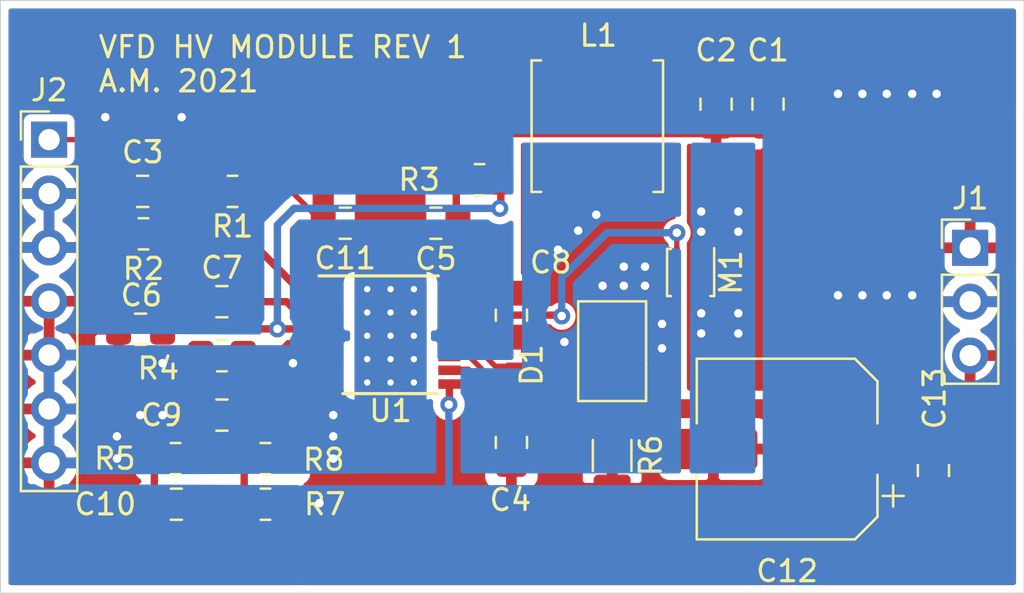
<source format=kicad_pcb>
(kicad_pcb (version 20171130) (host pcbnew "(5.1.7)-1")

  (general
    (thickness 1.6)
    (drawings 5)
    (tracks 149)
    (zones 0)
    (modules 27)
    (nets 17)
  )

  (page A4)
  (layers
    (0 F.Cu signal)
    (31 B.Cu signal)
    (32 B.Adhes user)
    (33 F.Adhes user)
    (34 B.Paste user)
    (35 F.Paste user)
    (36 B.SilkS user)
    (37 F.SilkS user)
    (38 B.Mask user)
    (39 F.Mask user)
    (40 Dwgs.User user)
    (41 Cmts.User user)
    (42 Eco1.User user)
    (43 Eco2.User user)
    (44 Edge.Cuts user)
    (45 Margin user)
    (46 B.CrtYd user)
    (47 F.CrtYd user)
    (48 B.Fab user)
    (49 F.Fab user hide)
  )

  (setup
    (last_trace_width 0.25)
    (trace_clearance 0.2)
    (zone_clearance 0.35)
    (zone_45_only no)
    (trace_min 0.2)
    (via_size 0.8)
    (via_drill 0.4)
    (via_min_size 0.4)
    (via_min_drill 0.3)
    (uvia_size 0.3)
    (uvia_drill 0.1)
    (uvias_allowed no)
    (uvia_min_size 0.2)
    (uvia_min_drill 0.1)
    (edge_width 0.05)
    (segment_width 0.2)
    (pcb_text_width 0.3)
    (pcb_text_size 1.5 1.5)
    (mod_edge_width 0.12)
    (mod_text_size 1 1)
    (mod_text_width 0.15)
    (pad_size 1.524 1.524)
    (pad_drill 0.762)
    (pad_to_mask_clearance 0)
    (aux_axis_origin 0 0)
    (visible_elements FFFFFF7F)
    (pcbplotparams
      (layerselection 0x010fc_ffffffff)
      (usegerberextensions false)
      (usegerberattributes true)
      (usegerberadvancedattributes true)
      (creategerberjobfile true)
      (excludeedgelayer true)
      (linewidth 0.100000)
      (plotframeref false)
      (viasonmask false)
      (mode 1)
      (useauxorigin false)
      (hpglpennumber 1)
      (hpglpenspeed 20)
      (hpglpendiameter 15.000000)
      (psnegative false)
      (psa4output false)
      (plotreference true)
      (plotvalue true)
      (plotinvisibletext false)
      (padsonsilk false)
      (subtractmaskfromsilk false)
      (outputformat 1)
      (mirror false)
      (drillshape 1)
      (scaleselection 1)
      (outputdirectory ""))
  )

  (net 0 "")
  (net 1 -22V_Out)
  (net 2 GND)
  (net 3 +12V_Protect)
  (net 4 "Net-(M1-Pad3)")
  (net 5 "Net-(D1-Pad2)")
  (net 6 "Net-(C4-Pad1)")
  (net 7 "Net-(C5-Pad1)")
  (net 8 "Net-(C6-Pad1)")
  (net 9 "Net-(C7-Pad1)")
  (net 10 "Net-(C8-Pad2)")
  (net 11 "Net-(C8-Pad1)")
  (net 12 "Net-(C9-Pad2)")
  (net 13 "Net-(C10-Pad1)")
  (net 14 "Net-(C10-Pad2)")
  (net 15 "Net-(R4-Pad1)")
  (net 16 ENABLE)

  (net_class Default "This is the default net class."
    (clearance 0.2)
    (trace_width 0.25)
    (via_dia 0.8)
    (via_drill 0.4)
    (uvia_dia 0.3)
    (uvia_drill 0.1)
    (add_net +12V_Protect)
    (add_net -22V_Out)
    (add_net ENABLE)
    (add_net GND)
    (add_net "Net-(C10-Pad1)")
    (add_net "Net-(C10-Pad2)")
    (add_net "Net-(C4-Pad1)")
    (add_net "Net-(C5-Pad1)")
    (add_net "Net-(C6-Pad1)")
    (add_net "Net-(C7-Pad1)")
    (add_net "Net-(C8-Pad1)")
    (add_net "Net-(C8-Pad2)")
    (add_net "Net-(C9-Pad2)")
    (add_net "Net-(D1-Pad2)")
    (add_net "Net-(M1-Pad3)")
    (add_net "Net-(R4-Pad1)")
  )

  (module Connector_PinHeader_2.54mm:PinHeader_1x07_P2.54mm_Vertical (layer F.Cu) (tedit 59FED5CC) (tstamp 60402C6E)
    (at 101.35 108.16)
    (descr "Through hole straight pin header, 1x07, 2.54mm pitch, single row")
    (tags "Through hole pin header THT 1x07 2.54mm single row")
    (path /6111ED4A)
    (fp_text reference J2 (at 0 -2.33) (layer F.SilkS)
      (effects (font (size 1 1) (thickness 0.15)))
    )
    (fp_text value Conn_01x07 (at 0 17.57) (layer F.Fab)
      (effects (font (size 1 1) (thickness 0.15)))
    )
    (fp_text user %R (at 0 7.62 90) (layer F.Fab)
      (effects (font (size 1 1) (thickness 0.15)))
    )
    (fp_line (start -0.635 -1.27) (end 1.27 -1.27) (layer F.Fab) (width 0.1))
    (fp_line (start 1.27 -1.27) (end 1.27 16.51) (layer F.Fab) (width 0.1))
    (fp_line (start 1.27 16.51) (end -1.27 16.51) (layer F.Fab) (width 0.1))
    (fp_line (start -1.27 16.51) (end -1.27 -0.635) (layer F.Fab) (width 0.1))
    (fp_line (start -1.27 -0.635) (end -0.635 -1.27) (layer F.Fab) (width 0.1))
    (fp_line (start -1.33 16.57) (end 1.33 16.57) (layer F.SilkS) (width 0.12))
    (fp_line (start -1.33 1.27) (end -1.33 16.57) (layer F.SilkS) (width 0.12))
    (fp_line (start 1.33 1.27) (end 1.33 16.57) (layer F.SilkS) (width 0.12))
    (fp_line (start -1.33 1.27) (end 1.33 1.27) (layer F.SilkS) (width 0.12))
    (fp_line (start -1.33 0) (end -1.33 -1.33) (layer F.SilkS) (width 0.12))
    (fp_line (start -1.33 -1.33) (end 0 -1.33) (layer F.SilkS) (width 0.12))
    (fp_line (start -1.8 -1.8) (end -1.8 17.05) (layer F.CrtYd) (width 0.05))
    (fp_line (start -1.8 17.05) (end 1.8 17.05) (layer F.CrtYd) (width 0.05))
    (fp_line (start 1.8 17.05) (end 1.8 -1.8) (layer F.CrtYd) (width 0.05))
    (fp_line (start 1.8 -1.8) (end -1.8 -1.8) (layer F.CrtYd) (width 0.05))
    (pad 7 thru_hole oval (at 0 15.24) (size 1.7 1.7) (drill 1) (layers *.Cu *.Mask)
      (net 1 -22V_Out))
    (pad 6 thru_hole oval (at 0 12.7) (size 1.7 1.7) (drill 1) (layers *.Cu *.Mask)
      (net 1 -22V_Out))
    (pad 5 thru_hole oval (at 0 10.16) (size 1.7 1.7) (drill 1) (layers *.Cu *.Mask)
      (net 1 -22V_Out))
    (pad 4 thru_hole oval (at 0 7.62) (size 1.7 1.7) (drill 1) (layers *.Cu *.Mask)
      (net 1 -22V_Out))
    (pad 3 thru_hole oval (at 0 5.08) (size 1.7 1.7) (drill 1) (layers *.Cu *.Mask)
      (net 2 GND))
    (pad 2 thru_hole oval (at 0 2.54) (size 1.7 1.7) (drill 1) (layers *.Cu *.Mask)
      (net 2 GND))
    (pad 1 thru_hole rect (at 0 0) (size 1.7 1.7) (drill 1) (layers *.Cu *.Mask)
      (net 16 ENABLE))
    (model ${KISYS3DMOD}/Connector_PinHeader_2.54mm.3dshapes/PinHeader_1x07_P2.54mm_Vertical.wrl
      (at (xyz 0 0 0))
      (scale (xyz 1 1 1))
      (rotate (xyz 0 0 0))
    )
  )

  (module Connector_PinHeader_2.54mm:PinHeader_1x03_P2.54mm_Vertical (layer F.Cu) (tedit 59FED5CC) (tstamp 6040335E)
    (at 144.78 113.26)
    (descr "Through hole straight pin header, 1x03, 2.54mm pitch, single row")
    (tags "Through hole pin header THT 1x03 2.54mm single row")
    (path /61111CBD)
    (fp_text reference J1 (at 0 -2.33) (layer F.SilkS)
      (effects (font (size 1 1) (thickness 0.15)))
    )
    (fp_text value Conn_01x03 (at 0 7.41) (layer F.Fab)
      (effects (font (size 1 1) (thickness 0.15)))
    )
    (fp_text user %R (at 0 2.54 90) (layer F.Fab)
      (effects (font (size 1 1) (thickness 0.15)))
    )
    (fp_line (start -0.635 -1.27) (end 1.27 -1.27) (layer F.Fab) (width 0.1))
    (fp_line (start 1.27 -1.27) (end 1.27 6.35) (layer F.Fab) (width 0.1))
    (fp_line (start 1.27 6.35) (end -1.27 6.35) (layer F.Fab) (width 0.1))
    (fp_line (start -1.27 6.35) (end -1.27 -0.635) (layer F.Fab) (width 0.1))
    (fp_line (start -1.27 -0.635) (end -0.635 -1.27) (layer F.Fab) (width 0.1))
    (fp_line (start -1.33 6.41) (end 1.33 6.41) (layer F.SilkS) (width 0.12))
    (fp_line (start -1.33 1.27) (end -1.33 6.41) (layer F.SilkS) (width 0.12))
    (fp_line (start 1.33 1.27) (end 1.33 6.41) (layer F.SilkS) (width 0.12))
    (fp_line (start -1.33 1.27) (end 1.33 1.27) (layer F.SilkS) (width 0.12))
    (fp_line (start -1.33 0) (end -1.33 -1.33) (layer F.SilkS) (width 0.12))
    (fp_line (start -1.33 -1.33) (end 0 -1.33) (layer F.SilkS) (width 0.12))
    (fp_line (start -1.8 -1.8) (end -1.8 6.85) (layer F.CrtYd) (width 0.05))
    (fp_line (start -1.8 6.85) (end 1.8 6.85) (layer F.CrtYd) (width 0.05))
    (fp_line (start 1.8 6.85) (end 1.8 -1.8) (layer F.CrtYd) (width 0.05))
    (fp_line (start 1.8 -1.8) (end -1.8 -1.8) (layer F.CrtYd) (width 0.05))
    (pad 3 thru_hole oval (at 0 5.08) (size 1.7 1.7) (drill 1) (layers *.Cu *.Mask)
      (net 1 -22V_Out))
    (pad 2 thru_hole oval (at 0 2.54) (size 1.7 1.7) (drill 1) (layers *.Cu *.Mask)
      (net 2 GND))
    (pad 1 thru_hole rect (at 0 0) (size 1.7 1.7) (drill 1) (layers *.Cu *.Mask)
      (net 3 +12V_Protect))
    (model ${KISYS3DMOD}/Connector_PinHeader_2.54mm.3dshapes/PinHeader_1x03_P2.54mm_Vertical.wrl
      (at (xyz 0 0 0))
      (scale (xyz 1 1 1))
      (rotate (xyz 0 0 0))
    )
  )

  (module DD_Supply_HV_Module_1:SMP_DO-220AA (layer F.Cu) (tedit 603FCDE4) (tstamp 6040073F)
    (at 127.9 118.785 270)
    (path /610B2D76)
    (fp_text reference D1 (at 0 3.8 90) (layer F.SilkS)
      (effects (font (size 1 1) (thickness 0.15)))
    )
    (fp_text value "620mV 2A" (at 0 -4.4 90) (layer F.Fab)
      (effects (font (size 1 1) (thickness 0.15)))
    )
    (fp_line (start 0 -1.6) (end -3 -1.6) (layer F.SilkS) (width 0.12))
    (fp_line (start -3 -1.6) (end -3 1.6) (layer F.SilkS) (width 0.12))
    (fp_line (start -3 1.6) (end 1.7 1.6) (layer F.SilkS) (width 0.12))
    (fp_line (start 1.7 1.6) (end 1.7 -1.6) (layer F.SilkS) (width 0.12))
    (fp_line (start 1.7 -1.6) (end 0 -1.6) (layer F.SilkS) (width 0.12))
    (pad 2 smd rect (at 1.016 0 270) (size 0.762 1.27) (layers F.Cu F.Paste F.Mask)
      (net 5 "Net-(D1-Pad2)"))
    (pad 1 smd rect (at -1.335 0 270) (size 2.67 2.54) (layers F.Cu F.Paste F.Mask)
      (net 11 "Net-(C8-Pad1)"))
  )

  (module Package_SO:HTSSOP-16-1EP_4.4x5mm_P0.65mm_EP3.4x5mm_Mask3x3mm_ThermalVias (layer F.Cu) (tedit 5A6717D7) (tstamp 603FB8C5)
    (at 117.45 117.41)
    (descr "16-Lead Plastic HTSSOP (4.4x5x1.2mm); Thermal pad with vias; (http://www.ti.com/lit/ds/symlink/drv8800.pdf)")
    (tags "SSOP 0.65")
    (path /61092B6A)
    (attr smd)
    (fp_text reference U1 (at 0 3.54) (layer F.SilkS)
      (effects (font (size 1 1) (thickness 0.15)))
    )
    (fp_text value LM5088-1 (at 0 3.55) (layer F.Fab)
      (effects (font (size 1 1) (thickness 0.15)))
    )
    (fp_text user %R (at 0 0) (layer F.Fab)
      (effects (font (size 1 1) (thickness 0.15)))
    )
    (fp_line (start -1.2 -2.5) (end 2.2 -2.5) (layer F.Fab) (width 0.15))
    (fp_line (start 2.2 -2.5) (end 2.2 2.5) (layer F.Fab) (width 0.15))
    (fp_line (start 2.2 2.5) (end -2.2 2.5) (layer F.Fab) (width 0.15))
    (fp_line (start -2.2 2.5) (end -2.2 -1.5) (layer F.Fab) (width 0.15))
    (fp_line (start -2.2 -1.5) (end -1.2 -2.5) (layer F.Fab) (width 0.15))
    (fp_line (start -3.5 -2.9) (end -3.5 2.8) (layer F.CrtYd) (width 0.05))
    (fp_line (start 3.5 -2.9) (end 3.5 2.8) (layer F.CrtYd) (width 0.05))
    (fp_line (start -3.5 -2.9) (end 3.5 -2.9) (layer F.CrtYd) (width 0.05))
    (fp_line (start -3.5 2.8) (end 3.5 2.8) (layer F.CrtYd) (width 0.05))
    (fp_line (start -2.25 2.725) (end 2.25 2.725) (layer F.SilkS) (width 0.15))
    (fp_line (start -3.375 -2.825) (end 2.25 -2.825) (layer F.SilkS) (width 0.15))
    (pad "" smd rect (at -1.325 0.55 90) (size 0.8 0.25) (layers F.Paste))
    (pad "" smd rect (at 1.325 0.55 90) (size 0.8 0.25) (layers F.Paste))
    (pad "" smd rect (at 1.325 -0.55 90) (size 0.8 0.25) (layers F.Paste))
    (pad "" smd rect (at -1.325 -0.55 90) (size 0.8 0.25) (layers F.Paste))
    (pad "" smd rect (at -0.55 1.325) (size 0.8 0.25) (layers F.Paste))
    (pad "" smd rect (at 0.55 1.325) (size 0.8 0.25) (layers F.Paste))
    (pad "" smd rect (at 0.55 -1.325) (size 0.8 0.25) (layers F.Paste))
    (pad "" smd rect (at -0.55 -1.325) (size 0.8 0.25) (layers F.Paste))
    (pad "" smd rect (at -0.55 -0.55) (size 0.85 0.8) (layers F.Paste))
    (pad "" smd rect (at 0.55 -0.55) (size 0.85 0.85) (layers F.Paste))
    (pad "" smd rect (at 0.55 0.55) (size 0.85 0.85) (layers F.Paste))
    (pad 17 thru_hole circle (at -1.1 -2.2) (size 0.6 0.6) (drill 0.3) (layers *.Cu)
      (net 1 -22V_Out))
    (pad 17 thru_hole circle (at 0 -2.2) (size 0.6 0.6) (drill 0.3) (layers *.Cu)
      (net 1 -22V_Out))
    (pad 17 thru_hole circle (at 1.1 -2.2) (size 0.6 0.6) (drill 0.3) (layers *.Cu)
      (net 1 -22V_Out))
    (pad 17 thru_hole circle (at -1.1 -1.1) (size 0.6 0.6) (drill 0.3) (layers *.Cu)
      (net 1 -22V_Out))
    (pad 17 thru_hole circle (at 0 -1.1) (size 0.6 0.6) (drill 0.3) (layers *.Cu)
      (net 1 -22V_Out))
    (pad 17 thru_hole circle (at 1.1 -1.1) (size 0.6 0.6) (drill 0.3) (layers *.Cu)
      (net 1 -22V_Out))
    (pad 17 thru_hole circle (at -1.1 0) (size 0.6 0.6) (drill 0.3) (layers *.Cu)
      (net 1 -22V_Out))
    (pad 17 thru_hole circle (at 0 0) (size 0.6 0.6) (drill 0.3) (layers *.Cu)
      (net 1 -22V_Out))
    (pad 17 thru_hole circle (at 1.1 0) (size 0.6 0.6) (drill 0.3) (layers *.Cu)
      (net 1 -22V_Out))
    (pad 17 thru_hole circle (at -1.1 1.1) (size 0.6 0.6) (drill 0.3) (layers *.Cu)
      (net 1 -22V_Out))
    (pad 17 thru_hole circle (at 0 1.1) (size 0.6 0.6) (drill 0.3) (layers *.Cu)
      (net 1 -22V_Out))
    (pad 17 thru_hole circle (at 1.1 1.1) (size 0.6 0.6) (drill 0.3) (layers *.Cu)
      (net 1 -22V_Out))
    (pad 17 thru_hole circle (at 1.1 2.2) (size 0.6 0.6) (drill 0.3) (layers *.Cu)
      (net 1 -22V_Out))
    (pad 17 thru_hole circle (at 0 2.2) (size 0.6 0.6) (drill 0.3) (layers *.Cu)
      (net 1 -22V_Out))
    (pad "" smd rect (at -0.55 0.55) (size 0.85 0.85) (layers F.Paste))
    (pad "" smd rect (at 0 0) (size 3 3) (layers F.Mask))
    (pad 17 thru_hole circle (at -1.1 2.2) (size 0.6 0.6) (drill 0.3) (layers *.Cu)
      (net 1 -22V_Out))
    (pad 17 smd rect (at 0 0) (size 3.4 5) (layers F.Cu)
      (net 1 -22V_Out))
    (pad 16 smd rect (at 2.775 -2.275) (size 1.05 0.45) (layers F.Cu F.Paste F.Mask)
      (net 7 "Net-(C5-Pad1)"))
    (pad 15 smd rect (at 2.775 -1.625) (size 1.05 0.45) (layers F.Cu F.Paste F.Mask)
      (net 10 "Net-(C8-Pad2)"))
    (pad 14 smd rect (at 2.775 -0.975) (size 1.05 0.45) (layers F.Cu F.Paste F.Mask)
      (net 4 "Net-(M1-Pad3)"))
    (pad 13 smd rect (at 2.775 -0.325) (size 1.05 0.45) (layers F.Cu F.Paste F.Mask)
      (net 11 "Net-(C8-Pad1)"))
    (pad 12 smd rect (at 2.775 0.325) (size 1.05 0.45) (layers F.Cu F.Paste F.Mask)
      (net 5 "Net-(D1-Pad2)"))
    (pad 11 smd rect (at 2.775 0.975) (size 1.05 0.45) (layers F.Cu F.Paste F.Mask)
      (net 1 -22V_Out))
    (pad 10 smd rect (at 2.775 1.625) (size 1.05 0.45) (layers F.Cu F.Paste F.Mask)
      (net 6 "Net-(C4-Pad1)"))
    (pad 9 smd rect (at 2.775 2.275) (size 1.05 0.45) (layers F.Cu F.Paste F.Mask)
      (net 2 GND))
    (pad 8 smd rect (at -2.775 2.275) (size 1.05 0.45) (layers F.Cu F.Paste F.Mask)
      (net 13 "Net-(C10-Pad1)"))
    (pad 7 smd rect (at -2.775 1.625) (size 1.05 0.45) (layers F.Cu F.Paste F.Mask)
      (net 12 "Net-(C9-Pad2)"))
    (pad 6 smd rect (at -2.775 0.975) (size 1.05 0.45) (layers F.Cu F.Paste F.Mask)
      (net 1 -22V_Out))
    (pad 5 smd rect (at -2.775 0.325) (size 1.05 0.45) (layers F.Cu F.Paste F.Mask)
      (net 15 "Net-(R4-Pad1)"))
    (pad 4 smd rect (at -2.775 -0.325) (size 1.05 0.45) (layers F.Cu F.Paste F.Mask)
      (net 8 "Net-(C6-Pad1)"))
    (pad 3 smd rect (at -2.775 -0.975) (size 1.05 0.45) (layers F.Cu F.Paste F.Mask)
      (net 9 "Net-(C7-Pad1)"))
    (pad 2 smd rect (at -2.775 -1.625) (size 1.05 0.45) (layers F.Cu F.Paste F.Mask)
      (net 16 ENABLE))
    (pad 1 smd rect (at -2.775 -2.275) (size 1.05 0.45) (layers F.Cu F.Paste F.Mask)
      (net 3 +12V_Protect))
    (pad 17 smd rect (at 0 0) (size 3.4 5) (layers B.Cu)
      (net 1 -22V_Out) (solder_paste_margin_ratio -0.2))
    (model ${KISYS3DMOD}/Package_SO.3dshapes/TSSOP-16-1EP_4.4x5mm_Pitch0.65mm_EP3.4x5mm.wrl
      (at (xyz 0 0 0))
      (scale (xyz 1 1 1))
      (rotate (xyz 0 0 0))
    )
  )

  (module Resistor_SMD:R_0805_2012Metric_Pad1.20x1.40mm_HandSolder (layer F.Cu) (tedit 5F68FEEE) (tstamp 603FB887)
    (at 110 110.6 180)
    (descr "Resistor SMD 0805 (2012 Metric), square (rectangular) end terminal, IPC_7351 nominal with elongated pad for handsoldering. (Body size source: IPC-SM-782 page 72, https://www.pcb-3d.com/wordpress/wp-content/uploads/ipc-sm-782a_amendment_1_and_2.pdf), generated with kicad-footprint-generator")
    (tags "resistor handsolder")
    (path /61096923)
    (attr smd)
    (fp_text reference R1 (at 0 -1.65) (layer F.SilkS)
      (effects (font (size 1 1) (thickness 0.15)))
    )
    (fp_text value 10kOhm (at 0 1.65) (layer F.Fab)
      (effects (font (size 1 1) (thickness 0.15)))
    )
    (fp_text user %R (at 0 0) (layer F.Fab)
      (effects (font (size 0.5 0.5) (thickness 0.08)))
    )
    (fp_line (start -1 0.625) (end -1 -0.625) (layer F.Fab) (width 0.1))
    (fp_line (start -1 -0.625) (end 1 -0.625) (layer F.Fab) (width 0.1))
    (fp_line (start 1 -0.625) (end 1 0.625) (layer F.Fab) (width 0.1))
    (fp_line (start 1 0.625) (end -1 0.625) (layer F.Fab) (width 0.1))
    (fp_line (start -0.227064 -0.735) (end 0.227064 -0.735) (layer F.SilkS) (width 0.12))
    (fp_line (start -0.227064 0.735) (end 0.227064 0.735) (layer F.SilkS) (width 0.12))
    (fp_line (start -1.85 0.95) (end -1.85 -0.95) (layer F.CrtYd) (width 0.05))
    (fp_line (start -1.85 -0.95) (end 1.85 -0.95) (layer F.CrtYd) (width 0.05))
    (fp_line (start 1.85 -0.95) (end 1.85 0.95) (layer F.CrtYd) (width 0.05))
    (fp_line (start 1.85 0.95) (end -1.85 0.95) (layer F.CrtYd) (width 0.05))
    (pad 2 smd roundrect (at 1 0 180) (size 1.2 1.4) (layers F.Cu F.Paste F.Mask) (roundrect_rratio 0.208333)
      (net 16 ENABLE))
    (pad 1 smd roundrect (at -1 0 180) (size 1.2 1.4) (layers F.Cu F.Paste F.Mask) (roundrect_rratio 0.208333)
      (net 3 +12V_Protect))
    (model ${KISYS3DMOD}/Resistor_SMD.3dshapes/R_0805_2012Metric.wrl
      (at (xyz 0 0 0))
      (scale (xyz 1 1 1))
      (rotate (xyz 0 0 0))
    )
  )

  (module Resistor_SMD:R_0805_2012Metric_Pad1.20x1.40mm_HandSolder (layer F.Cu) (tedit 5F68FEEE) (tstamp 60402EAE)
    (at 105.8 112.6 180)
    (descr "Resistor SMD 0805 (2012 Metric), square (rectangular) end terminal, IPC_7351 nominal with elongated pad for handsoldering. (Body size source: IPC-SM-782 page 72, https://www.pcb-3d.com/wordpress/wp-content/uploads/ipc-sm-782a_amendment_1_and_2.pdf), generated with kicad-footprint-generator")
    (tags "resistor handsolder")
    (path /610971B6)
    (attr smd)
    (fp_text reference R2 (at 0 -1.65) (layer F.SilkS)
      (effects (font (size 1 1) (thickness 0.15)))
    )
    (fp_text value 1.74kOhm (at 0 1.65) (layer F.Fab)
      (effects (font (size 1 1) (thickness 0.15)))
    )
    (fp_text user %R (at 0 0) (layer F.Fab)
      (effects (font (size 0.5 0.5) (thickness 0.08)))
    )
    (fp_line (start -1 0.625) (end -1 -0.625) (layer F.Fab) (width 0.1))
    (fp_line (start -1 -0.625) (end 1 -0.625) (layer F.Fab) (width 0.1))
    (fp_line (start 1 -0.625) (end 1 0.625) (layer F.Fab) (width 0.1))
    (fp_line (start 1 0.625) (end -1 0.625) (layer F.Fab) (width 0.1))
    (fp_line (start -0.227064 -0.735) (end 0.227064 -0.735) (layer F.SilkS) (width 0.12))
    (fp_line (start -0.227064 0.735) (end 0.227064 0.735) (layer F.SilkS) (width 0.12))
    (fp_line (start -1.85 0.95) (end -1.85 -0.95) (layer F.CrtYd) (width 0.05))
    (fp_line (start -1.85 -0.95) (end 1.85 -0.95) (layer F.CrtYd) (width 0.05))
    (fp_line (start 1.85 -0.95) (end 1.85 0.95) (layer F.CrtYd) (width 0.05))
    (fp_line (start 1.85 0.95) (end -1.85 0.95) (layer F.CrtYd) (width 0.05))
    (pad 2 smd roundrect (at 1 0 180) (size 1.2 1.4) (layers F.Cu F.Paste F.Mask) (roundrect_rratio 0.208333)
      (net 1 -22V_Out))
    (pad 1 smd roundrect (at -1 0 180) (size 1.2 1.4) (layers F.Cu F.Paste F.Mask) (roundrect_rratio 0.208333)
      (net 16 ENABLE))
    (model ${KISYS3DMOD}/Resistor_SMD.3dshapes/R_0805_2012Metric.wrl
      (at (xyz 0 0 0))
      (scale (xyz 1 1 1))
      (rotate (xyz 0 0 0))
    )
  )

  (module Resistor_SMD:R_0805_2012Metric_Pad1.20x1.40mm_HandSolder (layer F.Cu) (tedit 5F68FEEE) (tstamp 603FD091)
    (at 109.5 118.35 180)
    (descr "Resistor SMD 0805 (2012 Metric), square (rectangular) end terminal, IPC_7351 nominal with elongated pad for handsoldering. (Body size source: IPC-SM-782 page 72, https://www.pcb-3d.com/wordpress/wp-content/uploads/ipc-sm-782a_amendment_1_and_2.pdf), generated with kicad-footprint-generator")
    (tags "resistor handsolder")
    (path /610A4B26)
    (attr smd)
    (fp_text reference R4 (at 3 -0.6 180) (layer F.SilkS)
      (effects (font (size 1 1) (thickness 0.15)))
    )
    (fp_text value 4.75kOhm (at 0 1.65) (layer F.Fab)
      (effects (font (size 1 1) (thickness 0.15)))
    )
    (fp_text user %R (at 0 0) (layer F.Fab)
      (effects (font (size 0.5 0.5) (thickness 0.08)))
    )
    (fp_line (start -1 0.625) (end -1 -0.625) (layer F.Fab) (width 0.1))
    (fp_line (start -1 -0.625) (end 1 -0.625) (layer F.Fab) (width 0.1))
    (fp_line (start 1 -0.625) (end 1 0.625) (layer F.Fab) (width 0.1))
    (fp_line (start 1 0.625) (end -1 0.625) (layer F.Fab) (width 0.1))
    (fp_line (start -0.227064 -0.735) (end 0.227064 -0.735) (layer F.SilkS) (width 0.12))
    (fp_line (start -0.227064 0.735) (end 0.227064 0.735) (layer F.SilkS) (width 0.12))
    (fp_line (start -1.85 0.95) (end -1.85 -0.95) (layer F.CrtYd) (width 0.05))
    (fp_line (start -1.85 -0.95) (end 1.85 -0.95) (layer F.CrtYd) (width 0.05))
    (fp_line (start 1.85 -0.95) (end 1.85 0.95) (layer F.CrtYd) (width 0.05))
    (fp_line (start 1.85 0.95) (end -1.85 0.95) (layer F.CrtYd) (width 0.05))
    (pad 2 smd roundrect (at 1 0 180) (size 1.2 1.4) (layers F.Cu F.Paste F.Mask) (roundrect_rratio 0.208333)
      (net 1 -22V_Out))
    (pad 1 smd roundrect (at -1 0 180) (size 1.2 1.4) (layers F.Cu F.Paste F.Mask) (roundrect_rratio 0.208333)
      (net 15 "Net-(R4-Pad1)"))
    (model ${KISYS3DMOD}/Resistor_SMD.3dshapes/R_0805_2012Metric.wrl
      (at (xyz 0 0 0))
      (scale (xyz 1 1 1))
      (rotate (xyz 0 0 0))
    )
  )

  (module Resistor_SMD:R_1206_3216Metric_Pad1.30x1.75mm_HandSolder (layer F.Cu) (tedit 5F68FEEE) (tstamp 603FB854)
    (at 127.9 123.05 270)
    (descr "Resistor SMD 1206 (3216 Metric), square (rectangular) end terminal, IPC_7351 nominal with elongated pad for handsoldering. (Body size source: IPC-SM-782 page 72, https://www.pcb-3d.com/wordpress/wp-content/uploads/ipc-sm-782a_amendment_1_and_2.pdf), generated with kicad-footprint-generator")
    (tags "resistor handsolder")
    (path /610B1174)
    (attr smd)
    (fp_text reference R6 (at 0 -1.82 90) (layer F.SilkS)
      (effects (font (size 1 1) (thickness 0.15)))
    )
    (fp_text value 30mOhm (at 0 1.82 90) (layer F.Fab)
      (effects (font (size 1 1) (thickness 0.15)))
    )
    (fp_text user %R (at 0 0 90) (layer F.Fab)
      (effects (font (size 0.8 0.8) (thickness 0.12)))
    )
    (fp_line (start -1.6 0.8) (end -1.6 -0.8) (layer F.Fab) (width 0.1))
    (fp_line (start -1.6 -0.8) (end 1.6 -0.8) (layer F.Fab) (width 0.1))
    (fp_line (start 1.6 -0.8) (end 1.6 0.8) (layer F.Fab) (width 0.1))
    (fp_line (start 1.6 0.8) (end -1.6 0.8) (layer F.Fab) (width 0.1))
    (fp_line (start -0.727064 -0.91) (end 0.727064 -0.91) (layer F.SilkS) (width 0.12))
    (fp_line (start -0.727064 0.91) (end 0.727064 0.91) (layer F.SilkS) (width 0.12))
    (fp_line (start -2.45 1.12) (end -2.45 -1.12) (layer F.CrtYd) (width 0.05))
    (fp_line (start -2.45 -1.12) (end 2.45 -1.12) (layer F.CrtYd) (width 0.05))
    (fp_line (start 2.45 -1.12) (end 2.45 1.12) (layer F.CrtYd) (width 0.05))
    (fp_line (start 2.45 1.12) (end -2.45 1.12) (layer F.CrtYd) (width 0.05))
    (pad 2 smd roundrect (at 1.55 0 270) (size 1.3 1.75) (layers F.Cu F.Paste F.Mask) (roundrect_rratio 0.192308)
      (net 1 -22V_Out))
    (pad 1 smd roundrect (at -1.55 0 270) (size 1.3 1.75) (layers F.Cu F.Paste F.Mask) (roundrect_rratio 0.192308)
      (net 5 "Net-(D1-Pad2)"))
    (model ${KISYS3DMOD}/Resistor_SMD.3dshapes/R_1206_3216Metric.wrl
      (at (xyz 0 0 0))
      (scale (xyz 1 1 1))
      (rotate (xyz 0 0 0))
    )
  )

  (module Resistor_SMD:R_0805_2012Metric_Pad1.20x1.40mm_HandSolder (layer F.Cu) (tedit 5F68FEEE) (tstamp 603FB843)
    (at 121.65 110.05)
    (descr "Resistor SMD 0805 (2012 Metric), square (rectangular) end terminal, IPC_7351 nominal with elongated pad for handsoldering. (Body size source: IPC-SM-782 page 72, https://www.pcb-3d.com/wordpress/wp-content/uploads/ipc-sm-782a_amendment_1_and_2.pdf), generated with kicad-footprint-generator")
    (tags "resistor handsolder")
    (path /6109F254)
    (attr smd)
    (fp_text reference R3 (at -2.85 0) (layer F.SilkS)
      (effects (font (size 1 1) (thickness 0.15)))
    )
    (fp_text value 92kOhm (at 0 1.65) (layer F.Fab)
      (effects (font (size 1 1) (thickness 0.15)))
    )
    (fp_text user %R (at 0 0) (layer F.Fab)
      (effects (font (size 0.5 0.5) (thickness 0.08)))
    )
    (fp_line (start -1 0.625) (end -1 -0.625) (layer F.Fab) (width 0.1))
    (fp_line (start -1 -0.625) (end 1 -0.625) (layer F.Fab) (width 0.1))
    (fp_line (start 1 -0.625) (end 1 0.625) (layer F.Fab) (width 0.1))
    (fp_line (start 1 0.625) (end -1 0.625) (layer F.Fab) (width 0.1))
    (fp_line (start -0.227064 -0.735) (end 0.227064 -0.735) (layer F.SilkS) (width 0.12))
    (fp_line (start -0.227064 0.735) (end 0.227064 0.735) (layer F.SilkS) (width 0.12))
    (fp_line (start -1.85 0.95) (end -1.85 -0.95) (layer F.CrtYd) (width 0.05))
    (fp_line (start -1.85 -0.95) (end 1.85 -0.95) (layer F.CrtYd) (width 0.05))
    (fp_line (start 1.85 -0.95) (end 1.85 0.95) (layer F.CrtYd) (width 0.05))
    (fp_line (start 1.85 0.95) (end -1.85 0.95) (layer F.CrtYd) (width 0.05))
    (pad 2 smd roundrect (at 1 0) (size 1.2 1.4) (layers F.Cu F.Paste F.Mask) (roundrect_rratio 0.208333)
      (net 8 "Net-(C6-Pad1)"))
    (pad 1 smd roundrect (at -1 0) (size 1.2 1.4) (layers F.Cu F.Paste F.Mask) (roundrect_rratio 0.208333)
      (net 7 "Net-(C5-Pad1)"))
    (model ${KISYS3DMOD}/Resistor_SMD.3dshapes/R_0805_2012Metric.wrl
      (at (xyz 0 0 0))
      (scale (xyz 1 1 1))
      (rotate (xyz 0 0 0))
    )
  )

  (module Resistor_SMD:R_0805_2012Metric_Pad1.20x1.40mm_HandSolder (layer F.Cu) (tedit 5F68FEEE) (tstamp 603FB832)
    (at 111.55 125.35 180)
    (descr "Resistor SMD 0805 (2012 Metric), square (rectangular) end terminal, IPC_7351 nominal with elongated pad for handsoldering. (Body size source: IPC-SM-782 page 72, https://www.pcb-3d.com/wordpress/wp-content/uploads/ipc-sm-782a_amendment_1_and_2.pdf), generated with kicad-footprint-generator")
    (tags "resistor handsolder")
    (path /610C0D4A)
    (attr smd)
    (fp_text reference R7 (at -2.8 0) (layer F.SilkS)
      (effects (font (size 1 1) (thickness 0.15)))
    )
    (fp_text value 28.7kOhm (at 0 1.65) (layer F.Fab)
      (effects (font (size 1 1) (thickness 0.15)))
    )
    (fp_text user %R (at 0 0) (layer F.Fab)
      (effects (font (size 0.5 0.5) (thickness 0.08)))
    )
    (fp_line (start -1 0.625) (end -1 -0.625) (layer F.Fab) (width 0.1))
    (fp_line (start -1 -0.625) (end 1 -0.625) (layer F.Fab) (width 0.1))
    (fp_line (start 1 -0.625) (end 1 0.625) (layer F.Fab) (width 0.1))
    (fp_line (start 1 0.625) (end -1 0.625) (layer F.Fab) (width 0.1))
    (fp_line (start -0.227064 -0.735) (end 0.227064 -0.735) (layer F.SilkS) (width 0.12))
    (fp_line (start -0.227064 0.735) (end 0.227064 0.735) (layer F.SilkS) (width 0.12))
    (fp_line (start -1.85 0.95) (end -1.85 -0.95) (layer F.CrtYd) (width 0.05))
    (fp_line (start -1.85 -0.95) (end 1.85 -0.95) (layer F.CrtYd) (width 0.05))
    (fp_line (start 1.85 -0.95) (end 1.85 0.95) (layer F.CrtYd) (width 0.05))
    (fp_line (start 1.85 0.95) (end -1.85 0.95) (layer F.CrtYd) (width 0.05))
    (pad 2 smd roundrect (at 1 0 180) (size 1.2 1.4) (layers F.Cu F.Paste F.Mask) (roundrect_rratio 0.208333)
      (net 13 "Net-(C10-Pad1)"))
    (pad 1 smd roundrect (at -1 0 180) (size 1.2 1.4) (layers F.Cu F.Paste F.Mask) (roundrect_rratio 0.208333)
      (net 2 GND))
    (model ${KISYS3DMOD}/Resistor_SMD.3dshapes/R_0805_2012Metric.wrl
      (at (xyz 0 0 0))
      (scale (xyz 1 1 1))
      (rotate (xyz 0 0 0))
    )
  )

  (module Resistor_SMD:R_0805_2012Metric_Pad1.20x1.40mm_HandSolder (layer F.Cu) (tedit 5F68FEEE) (tstamp 603FB821)
    (at 111.55 123.2)
    (descr "Resistor SMD 0805 (2012 Metric), square (rectangular) end terminal, IPC_7351 nominal with elongated pad for handsoldering. (Body size source: IPC-SM-782 page 72, https://www.pcb-3d.com/wordpress/wp-content/uploads/ipc-sm-782a_amendment_1_and_2.pdf), generated with kicad-footprint-generator")
    (tags "resistor handsolder")
    (path /610C3238)
    (attr smd)
    (fp_text reference R8 (at 2.75 0.05) (layer F.SilkS)
      (effects (font (size 1 1) (thickness 0.15)))
    )
    (fp_text value 1.65kOhm (at 0 1.65) (layer F.Fab)
      (effects (font (size 1 1) (thickness 0.15)))
    )
    (fp_text user %R (at 0 0) (layer F.Fab)
      (effects (font (size 0.5 0.5) (thickness 0.08)))
    )
    (fp_line (start -1 0.625) (end -1 -0.625) (layer F.Fab) (width 0.1))
    (fp_line (start -1 -0.625) (end 1 -0.625) (layer F.Fab) (width 0.1))
    (fp_line (start 1 -0.625) (end 1 0.625) (layer F.Fab) (width 0.1))
    (fp_line (start 1 0.625) (end -1 0.625) (layer F.Fab) (width 0.1))
    (fp_line (start -0.227064 -0.735) (end 0.227064 -0.735) (layer F.SilkS) (width 0.12))
    (fp_line (start -0.227064 0.735) (end 0.227064 0.735) (layer F.SilkS) (width 0.12))
    (fp_line (start -1.85 0.95) (end -1.85 -0.95) (layer F.CrtYd) (width 0.05))
    (fp_line (start -1.85 -0.95) (end 1.85 -0.95) (layer F.CrtYd) (width 0.05))
    (fp_line (start 1.85 -0.95) (end 1.85 0.95) (layer F.CrtYd) (width 0.05))
    (fp_line (start 1.85 0.95) (end -1.85 0.95) (layer F.CrtYd) (width 0.05))
    (pad 2 smd roundrect (at 1 0) (size 1.2 1.4) (layers F.Cu F.Paste F.Mask) (roundrect_rratio 0.208333)
      (net 1 -22V_Out))
    (pad 1 smd roundrect (at -1 0) (size 1.2 1.4) (layers F.Cu F.Paste F.Mask) (roundrect_rratio 0.208333)
      (net 13 "Net-(C10-Pad1)"))
    (model ${KISYS3DMOD}/Resistor_SMD.3dshapes/R_0805_2012Metric.wrl
      (at (xyz 0 0 0))
      (scale (xyz 1 1 1))
      (rotate (xyz 0 0 0))
    )
  )

  (module Resistor_SMD:R_0805_2012Metric_Pad1.20x1.40mm_HandSolder (layer F.Cu) (tedit 5F68FEEE) (tstamp 603FB810)
    (at 107.3125 123.2 180)
    (descr "Resistor SMD 0805 (2012 Metric), square (rectangular) end terminal, IPC_7351 nominal with elongated pad for handsoldering. (Body size source: IPC-SM-782 page 72, https://www.pcb-3d.com/wordpress/wp-content/uploads/ipc-sm-782a_amendment_1_and_2.pdf), generated with kicad-footprint-generator")
    (tags "resistor handsolder")
    (path /610ACD0B)
    (attr smd)
    (fp_text reference R5 (at 2.8625 0) (layer F.SilkS)
      (effects (font (size 1 1) (thickness 0.15)))
    )
    (fp_text value 66.5kOhm (at 0 1.65) (layer F.Fab)
      (effects (font (size 1 1) (thickness 0.15)))
    )
    (fp_text user %R (at 0 0) (layer F.Fab)
      (effects (font (size 0.5 0.5) (thickness 0.08)))
    )
    (fp_line (start -1 0.625) (end -1 -0.625) (layer F.Fab) (width 0.1))
    (fp_line (start -1 -0.625) (end 1 -0.625) (layer F.Fab) (width 0.1))
    (fp_line (start 1 -0.625) (end 1 0.625) (layer F.Fab) (width 0.1))
    (fp_line (start 1 0.625) (end -1 0.625) (layer F.Fab) (width 0.1))
    (fp_line (start -0.227064 -0.735) (end 0.227064 -0.735) (layer F.SilkS) (width 0.12))
    (fp_line (start -0.227064 0.735) (end 0.227064 0.735) (layer F.SilkS) (width 0.12))
    (fp_line (start -1.85 0.95) (end -1.85 -0.95) (layer F.CrtYd) (width 0.05))
    (fp_line (start -1.85 -0.95) (end 1.85 -0.95) (layer F.CrtYd) (width 0.05))
    (fp_line (start 1.85 -0.95) (end 1.85 0.95) (layer F.CrtYd) (width 0.05))
    (fp_line (start 1.85 0.95) (end -1.85 0.95) (layer F.CrtYd) (width 0.05))
    (pad 2 smd roundrect (at 1 0 180) (size 1.2 1.4) (layers F.Cu F.Paste F.Mask) (roundrect_rratio 0.208333)
      (net 14 "Net-(C10-Pad2)"))
    (pad 1 smd roundrect (at -1 0 180) (size 1.2 1.4) (layers F.Cu F.Paste F.Mask) (roundrect_rratio 0.208333)
      (net 12 "Net-(C9-Pad2)"))
    (model ${KISYS3DMOD}/Resistor_SMD.3dshapes/R_0805_2012Metric.wrl
      (at (xyz 0 0 0))
      (scale (xyz 1 1 1))
      (rotate (xyz 0 0 0))
    )
  )

  (module Package_SON:Texas_DQK (layer F.Cu) (tedit 5BBFC3C2) (tstamp 603FBB20)
    (at 131.6 114.425 270)
    (descr "Texas WSON-6 DQK, http://www.ti.com/lit/ds/symlink/csd16301q2.pdf")
    (tags "Texas WSON6 2x2mm")
    (path /610BDEB9)
    (attr smd)
    (fp_text reference M1 (at 0 -1.9 90) (layer F.SilkS)
      (effects (font (size 1 1) (thickness 0.15)))
    )
    (fp_text value CSD19538Q2 (at 0 2 90) (layer F.Fab)
      (effects (font (size 1 1) (thickness 0.15)))
    )
    (fp_text user %R (at 0 0 90) (layer F.Fab)
      (effects (font (size 0.5 0.5) (thickness 0.075)))
    )
    (fp_line (start -1 -1) (end -1 1) (layer F.Fab) (width 0.1))
    (fp_line (start -1 1) (end 1 1) (layer F.Fab) (width 0.1))
    (fp_line (start 1 -1) (end 1 1) (layer F.Fab) (width 0.1))
    (fp_line (start -1 -1) (end 1 -1) (layer F.Fab) (width 0.1))
    (fp_line (start -1.15 -1.11) (end 1.11 -1.11) (layer F.SilkS) (width 0.12))
    (fp_line (start -1.11 1.11) (end 1.11 1.11) (layer F.SilkS) (width 0.12))
    (fp_line (start -1.11 0.93) (end -1.11 1.11) (layer F.SilkS) (width 0.12))
    (fp_line (start 1.11 -1.11) (end 1.11 -0.93) (layer F.SilkS) (width 0.12))
    (fp_line (start 1.11 0.93) (end 1.11 1.11) (layer F.SilkS) (width 0.12))
    (fp_line (start -1.45 -1.25) (end -1.45 1.25) (layer F.CrtYd) (width 0.05))
    (fp_line (start -1.45 1.25) (end 1.45 1.25) (layer F.CrtYd) (width 0.05))
    (fp_line (start 1.45 -1.25) (end 1.45 1.25) (layer F.CrtYd) (width 0.05))
    (fp_line (start -1.45 -1.25) (end 1.45 -1.25) (layer F.CrtYd) (width 0.05))
    (pad "" smd roundrect (at 0.095 0.65 270) (size 0.7 0.29) (layers F.Paste) (roundrect_rratio 0.172))
    (pad "" smd roundrect (at 0 -0.325 270) (size 0.9 0.86) (layers F.Paste) (roundrect_rratio 0.058))
    (pad 1 smd roundrect (at -0.975 -0.65 270) (size 0.45 0.3) (layers F.Cu F.Paste F.Mask) (roundrect_rratio 0.167)
      (net 3 +12V_Protect))
    (pad 2 smd roundrect (at -0.975 0 270) (size 0.45 0.3) (layers F.Cu F.Paste F.Mask) (roundrect_rratio 0.167)
      (net 3 +12V_Protect))
    (pad 3 smd roundrect (at -0.975 0.65 270) (size 0.45 0.3) (layers F.Cu F.Paste F.Mask) (roundrect_rratio 0.167)
      (net 4 "Net-(M1-Pad3)"))
    (pad 4 smd roundrect (at 0.975 0.65 270) (size 0.45 0.3) (layers F.Cu F.Paste F.Mask) (roundrect_rratio 0.167)
      (net 11 "Net-(C8-Pad1)"))
    (pad 5 smd roundrect (at 0.975 0 270) (size 0.45 0.3) (layers F.Cu F.Paste F.Mask) (roundrect_rratio 0.167)
      (net 3 +12V_Protect))
    (pad 6 smd roundrect (at 0.975 -0.65 270) (size 0.45 0.3) (layers F.Cu F.Paste F.Mask) (roundrect_rratio 0.167)
      (net 3 +12V_Protect))
    (pad 7 smd roundrect (at 0.095 0.65 270) (size 0.75 0.3) (layers F.Cu F.Mask) (roundrect_rratio 0.167)
      (net 11 "Net-(C8-Pad1)"))
    (pad 8 smd roundrect (at 0 -0.325 270) (size 1 0.95) (layers F.Cu F.Mask) (roundrect_rratio 0.053)
      (net 3 +12V_Protect))
    (model ${KISYS3DMOD}/Package_SON.3dshapes/Texas_DQK.wrl
      (at (xyz 0 0 0))
      (scale (xyz 1 1 1))
      (rotate (xyz 0 0 0))
    )
  )

  (module Inductor_SMD:L_Bourns_SRN6045TA (layer F.Cu) (tedit 5B61DEEA) (tstamp 603FB7E3)
    (at 127.2 107.525 90)
    (descr http://www.bourns.com/docs/product-datasheets/srn6045ta.pdf)
    (tags "Semi-shielded Power Inductor")
    (path /610BF8F2)
    (attr smd)
    (fp_text reference L1 (at 4.275 0.05 180) (layer F.SilkS)
      (effects (font (size 1 1) (thickness 0.15)))
    )
    (fp_text value "8.2uH 55mOhm" (at 0 4.2 90) (layer F.Fab)
      (effects (font (size 1 1) (thickness 0.15)))
    )
    (fp_text user %R (at 0 0) (layer F.Fab)
      (effects (font (size 1 1) (thickness 0.15)))
    )
    (fp_line (start -3 -3) (end 3 -3) (layer F.Fab) (width 0.1))
    (fp_line (start -3 -3) (end -3 3) (layer F.Fab) (width 0.1))
    (fp_line (start -3 3) (end 3 3) (layer F.Fab) (width 0.1))
    (fp_line (start 3 3) (end 3 -3) (layer F.Fab) (width 0.1))
    (fp_line (start -3.1 -3.1) (end 3.1 -3.1) (layer F.SilkS) (width 0.12))
    (fp_line (start 3.1 -3.1) (end 3.1 -2.65) (layer F.SilkS) (width 0.12))
    (fp_line (start 3.1 3.1) (end -3.1 3.1) (layer F.SilkS) (width 0.12))
    (fp_line (start 3.1 3.1) (end 3.1 2.65) (layer F.SilkS) (width 0.12))
    (fp_line (start -3.1 3.1) (end -3.1 2.65) (layer F.SilkS) (width 0.12))
    (fp_line (start 3.5 3.25) (end 3.5 -3.25) (layer F.CrtYd) (width 0.05))
    (fp_line (start -3.5 -3.25) (end -3.5 3.25) (layer F.CrtYd) (width 0.05))
    (fp_line (start -3.5 3.25) (end 3.5 3.25) (layer F.CrtYd) (width 0.05))
    (fp_line (start 3.5 -3.25) (end -3.5 -3.25) (layer F.CrtYd) (width 0.05))
    (fp_line (start -3.1 -3.1) (end -3.1 -2.65) (layer F.SilkS) (width 0.12))
    (pad 2 smd rect (at 2.075 0 90) (size 2.35 5.1) (layers F.Cu F.Paste F.Mask)
      (net 2 GND))
    (pad 1 smd rect (at -2.075 0 90) (size 2.35 5.1) (layers F.Cu F.Paste F.Mask)
      (net 11 "Net-(C8-Pad1)"))
    (model ${KISYS3DMOD}/Inductor_SMD.3dshapes/L_Bourns_SRN6045TA.wrl
      (at (xyz 0 0 0))
      (scale (xyz 1 1 1))
      (rotate (xyz 0 0 0))
    )
  )

  (module Capacitor_SMD:C_0805_2012Metric_Pad1.18x1.45mm_HandSolder (layer F.Cu) (tedit 5F68FEEF) (tstamp 603FB7CE)
    (at 119.5875 112.1 180)
    (descr "Capacitor SMD 0805 (2012 Metric), square (rectangular) end terminal, IPC_7351 nominal with elongated pad for handsoldering. (Body size source: IPC-SM-782 page 76, https://www.pcb-3d.com/wordpress/wp-content/uploads/ipc-sm-782a_amendment_1_and_2.pdf, https://docs.google.com/spreadsheets/d/1BsfQQcO9C6DZCsRaXUlFlo91Tg2WpOkGARC1WS5S8t0/edit?usp=sharing), generated with kicad-footprint-generator")
    (tags "capacitor handsolder")
    (path /6109E53C)
    (attr smd)
    (fp_text reference C5 (at 0 -1.68) (layer F.SilkS)
      (effects (font (size 1 1) (thickness 0.15)))
    )
    (fp_text value "2.2uF 1mOhm" (at 0 1.68) (layer F.Fab)
      (effects (font (size 1 1) (thickness 0.15)))
    )
    (fp_text user %R (at 0 0) (layer F.Fab)
      (effects (font (size 0.5 0.5) (thickness 0.08)))
    )
    (fp_line (start -1 0.625) (end -1 -0.625) (layer F.Fab) (width 0.1))
    (fp_line (start -1 -0.625) (end 1 -0.625) (layer F.Fab) (width 0.1))
    (fp_line (start 1 -0.625) (end 1 0.625) (layer F.Fab) (width 0.1))
    (fp_line (start 1 0.625) (end -1 0.625) (layer F.Fab) (width 0.1))
    (fp_line (start -0.261252 -0.735) (end 0.261252 -0.735) (layer F.SilkS) (width 0.12))
    (fp_line (start -0.261252 0.735) (end 0.261252 0.735) (layer F.SilkS) (width 0.12))
    (fp_line (start -1.88 0.98) (end -1.88 -0.98) (layer F.CrtYd) (width 0.05))
    (fp_line (start -1.88 -0.98) (end 1.88 -0.98) (layer F.CrtYd) (width 0.05))
    (fp_line (start 1.88 -0.98) (end 1.88 0.98) (layer F.CrtYd) (width 0.05))
    (fp_line (start 1.88 0.98) (end -1.88 0.98) (layer F.CrtYd) (width 0.05))
    (pad 2 smd roundrect (at 1.0375 0 180) (size 1.175 1.45) (layers F.Cu F.Paste F.Mask) (roundrect_rratio 0.212766)
      (net 1 -22V_Out))
    (pad 1 smd roundrect (at -1.0375 0 180) (size 1.175 1.45) (layers F.Cu F.Paste F.Mask) (roundrect_rratio 0.212766)
      (net 7 "Net-(C5-Pad1)"))
    (model ${KISYS3DMOD}/Capacitor_SMD.3dshapes/C_0805_2012Metric.wrl
      (at (xyz 0 0 0))
      (scale (xyz 1 1 1))
      (rotate (xyz 0 0 0))
    )
  )

  (module Capacitor_SMD:C_0805_2012Metric_Pad1.18x1.45mm_HandSolder (layer F.Cu) (tedit 5F68FEEF) (tstamp 603FD0C4)
    (at 109.5 115.8 180)
    (descr "Capacitor SMD 0805 (2012 Metric), square (rectangular) end terminal, IPC_7351 nominal with elongated pad for handsoldering. (Body size source: IPC-SM-782 page 76, https://www.pcb-3d.com/wordpress/wp-content/uploads/ipc-sm-782a_amendment_1_and_2.pdf, https://docs.google.com/spreadsheets/d/1BsfQQcO9C6DZCsRaXUlFlo91Tg2WpOkGARC1WS5S8t0/edit?usp=sharing), generated with kicad-footprint-generator")
    (tags "capacitor handsolder")
    (path /610A57B9)
    (attr smd)
    (fp_text reference C7 (at 0 1.6) (layer F.SilkS)
      (effects (font (size 1 1) (thickness 0.15)))
    )
    (fp_text value "33nF 1mOhm" (at 0 1.68) (layer F.Fab)
      (effects (font (size 1 1) (thickness 0.15)))
    )
    (fp_text user %R (at 0 0) (layer F.Fab)
      (effects (font (size 0.5 0.5) (thickness 0.08)))
    )
    (fp_line (start -1 0.625) (end -1 -0.625) (layer F.Fab) (width 0.1))
    (fp_line (start -1 -0.625) (end 1 -0.625) (layer F.Fab) (width 0.1))
    (fp_line (start 1 -0.625) (end 1 0.625) (layer F.Fab) (width 0.1))
    (fp_line (start 1 0.625) (end -1 0.625) (layer F.Fab) (width 0.1))
    (fp_line (start -0.261252 -0.735) (end 0.261252 -0.735) (layer F.SilkS) (width 0.12))
    (fp_line (start -0.261252 0.735) (end 0.261252 0.735) (layer F.SilkS) (width 0.12))
    (fp_line (start -1.88 0.98) (end -1.88 -0.98) (layer F.CrtYd) (width 0.05))
    (fp_line (start -1.88 -0.98) (end 1.88 -0.98) (layer F.CrtYd) (width 0.05))
    (fp_line (start 1.88 -0.98) (end 1.88 0.98) (layer F.CrtYd) (width 0.05))
    (fp_line (start 1.88 0.98) (end -1.88 0.98) (layer F.CrtYd) (width 0.05))
    (pad 2 smd roundrect (at 1.0375 0 180) (size 1.175 1.45) (layers F.Cu F.Paste F.Mask) (roundrect_rratio 0.212766)
      (net 1 -22V_Out))
    (pad 1 smd roundrect (at -1.0375 0 180) (size 1.175 1.45) (layers F.Cu F.Paste F.Mask) (roundrect_rratio 0.212766)
      (net 9 "Net-(C7-Pad1)"))
    (model ${KISYS3DMOD}/Capacitor_SMD.3dshapes/C_0805_2012Metric.wrl
      (at (xyz 0 0 0))
      (scale (xyz 1 1 1))
      (rotate (xyz 0 0 0))
    )
  )

  (module Capacitor_SMD:C_0805_2012Metric_Pad1.18x1.45mm_HandSolder (layer F.Cu) (tedit 5F68FEEF) (tstamp 603FD0F4)
    (at 105.6625 117.1 180)
    (descr "Capacitor SMD 0805 (2012 Metric), square (rectangular) end terminal, IPC_7351 nominal with elongated pad for handsoldering. (Body size source: IPC-SM-782 page 76, https://www.pcb-3d.com/wordpress/wp-content/uploads/ipc-sm-782a_amendment_1_and_2.pdf, https://docs.google.com/spreadsheets/d/1BsfQQcO9C6DZCsRaXUlFlo91Tg2WpOkGARC1WS5S8t0/edit?usp=sharing), generated with kicad-footprint-generator")
    (tags "capacitor handsolder")
    (path /6109F9F1)
    (attr smd)
    (fp_text reference C6 (at -0.0375 1.6) (layer F.SilkS)
      (effects (font (size 1 1) (thickness 0.15)))
    )
    (fp_text value "130pF 0Ohm" (at 0 1.68) (layer F.Fab)
      (effects (font (size 1 1) (thickness 0.15)))
    )
    (fp_text user %R (at 0 0) (layer F.Fab)
      (effects (font (size 0.5 0.5) (thickness 0.08)))
    )
    (fp_line (start -1 0.625) (end -1 -0.625) (layer F.Fab) (width 0.1))
    (fp_line (start -1 -0.625) (end 1 -0.625) (layer F.Fab) (width 0.1))
    (fp_line (start 1 -0.625) (end 1 0.625) (layer F.Fab) (width 0.1))
    (fp_line (start 1 0.625) (end -1 0.625) (layer F.Fab) (width 0.1))
    (fp_line (start -0.261252 -0.735) (end 0.261252 -0.735) (layer F.SilkS) (width 0.12))
    (fp_line (start -0.261252 0.735) (end 0.261252 0.735) (layer F.SilkS) (width 0.12))
    (fp_line (start -1.88 0.98) (end -1.88 -0.98) (layer F.CrtYd) (width 0.05))
    (fp_line (start -1.88 -0.98) (end 1.88 -0.98) (layer F.CrtYd) (width 0.05))
    (fp_line (start 1.88 -0.98) (end 1.88 0.98) (layer F.CrtYd) (width 0.05))
    (fp_line (start 1.88 0.98) (end -1.88 0.98) (layer F.CrtYd) (width 0.05))
    (pad 2 smd roundrect (at 1.0375 0 180) (size 1.175 1.45) (layers F.Cu F.Paste F.Mask) (roundrect_rratio 0.212766)
      (net 1 -22V_Out))
    (pad 1 smd roundrect (at -1.0375 0 180) (size 1.175 1.45) (layers F.Cu F.Paste F.Mask) (roundrect_rratio 0.212766)
      (net 8 "Net-(C6-Pad1)"))
    (model ${KISYS3DMOD}/Capacitor_SMD.3dshapes/C_0805_2012Metric.wrl
      (at (xyz 0 0 0))
      (scale (xyz 1 1 1))
      (rotate (xyz 0 0 0))
    )
  )

  (module Capacitor_SMD:C_0805_2012Metric_Pad1.18x1.45mm_HandSolder (layer F.Cu) (tedit 5F68FEEF) (tstamp 60401D25)
    (at 143.05 123.7625 270)
    (descr "Capacitor SMD 0805 (2012 Metric), square (rectangular) end terminal, IPC_7351 nominal with elongated pad for handsoldering. (Body size source: IPC-SM-782 page 76, https://www.pcb-3d.com/wordpress/wp-content/uploads/ipc-sm-782a_amendment_1_and_2.pdf, https://docs.google.com/spreadsheets/d/1BsfQQcO9C6DZCsRaXUlFlo91Tg2WpOkGARC1WS5S8t0/edit?usp=sharing), generated with kicad-footprint-generator")
    (tags "capacitor handsolder")
    (path /610CDDB7)
    (attr smd)
    (fp_text reference C13 (at -3.4 -0.05 90) (layer F.SilkS)
      (effects (font (size 1 1) (thickness 0.15)))
    )
    (fp_text value "1uF 11.416mOhm" (at 0 1.68 90) (layer F.Fab)
      (effects (font (size 1 1) (thickness 0.15)))
    )
    (fp_text user %R (at 0 0 90) (layer F.Fab)
      (effects (font (size 0.5 0.5) (thickness 0.08)))
    )
    (fp_line (start -1 0.625) (end -1 -0.625) (layer F.Fab) (width 0.1))
    (fp_line (start -1 -0.625) (end 1 -0.625) (layer F.Fab) (width 0.1))
    (fp_line (start 1 -0.625) (end 1 0.625) (layer F.Fab) (width 0.1))
    (fp_line (start 1 0.625) (end -1 0.625) (layer F.Fab) (width 0.1))
    (fp_line (start -0.261252 -0.735) (end 0.261252 -0.735) (layer F.SilkS) (width 0.12))
    (fp_line (start -0.261252 0.735) (end 0.261252 0.735) (layer F.SilkS) (width 0.12))
    (fp_line (start -1.88 0.98) (end -1.88 -0.98) (layer F.CrtYd) (width 0.05))
    (fp_line (start -1.88 -0.98) (end 1.88 -0.98) (layer F.CrtYd) (width 0.05))
    (fp_line (start 1.88 -0.98) (end 1.88 0.98) (layer F.CrtYd) (width 0.05))
    (fp_line (start 1.88 0.98) (end -1.88 0.98) (layer F.CrtYd) (width 0.05))
    (pad 2 smd roundrect (at 1.0375 0 270) (size 1.175 1.45) (layers F.Cu F.Paste F.Mask) (roundrect_rratio 0.212766)
      (net 1 -22V_Out))
    (pad 1 smd roundrect (at -1.0375 0 270) (size 1.175 1.45) (layers F.Cu F.Paste F.Mask) (roundrect_rratio 0.212766)
      (net 2 GND))
    (model ${KISYS3DMOD}/Capacitor_SMD.3dshapes/C_0805_2012Metric.wrl
      (at (xyz 0 0 0))
      (scale (xyz 1 1 1))
      (rotate (xyz 0 0 0))
    )
  )

  (module Capacitor_SMD:CP_Elec_8x11.9 (layer F.Cu) (tedit 5BCA39D0) (tstamp 60401CC7)
    (at 136.15 122.75 180)
    (descr "SMD capacitor, aluminum electrolytic, Panasonic E12, 8.0x11.9mm")
    (tags "capacitor electrolytic")
    (path /610CCC3B)
    (attr smd)
    (fp_text reference C12 (at 0 -5.75) (layer F.SilkS)
      (effects (font (size 1 1) (thickness 0.15)))
    )
    (fp_text value "15uF 40mOhm" (at 0 5.2) (layer F.Fab)
      (effects (font (size 1 1) (thickness 0.15)))
    )
    (fp_text user %R (at 0 0) (layer F.Fab)
      (effects (font (size 1 1) (thickness 0.15)))
    )
    (fp_circle (center 0 0) (end 4 0) (layer F.Fab) (width 0.1))
    (fp_line (start 4.15 -4.15) (end 4.15 4.15) (layer F.Fab) (width 0.1))
    (fp_line (start -3.15 -4.15) (end 4.15 -4.15) (layer F.Fab) (width 0.1))
    (fp_line (start -3.15 4.15) (end 4.15 4.15) (layer F.Fab) (width 0.1))
    (fp_line (start -4.15 -3.15) (end -4.15 3.15) (layer F.Fab) (width 0.1))
    (fp_line (start -4.15 -3.15) (end -3.15 -4.15) (layer F.Fab) (width 0.1))
    (fp_line (start -4.15 3.15) (end -3.15 4.15) (layer F.Fab) (width 0.1))
    (fp_line (start -3.562278 -1.5) (end -2.762278 -1.5) (layer F.Fab) (width 0.1))
    (fp_line (start -3.162278 -1.9) (end -3.162278 -1.1) (layer F.Fab) (width 0.1))
    (fp_line (start 4.26 4.26) (end 4.26 1.21) (layer F.SilkS) (width 0.12))
    (fp_line (start 4.26 -4.26) (end 4.26 -1.21) (layer F.SilkS) (width 0.12))
    (fp_line (start -3.195563 -4.26) (end 4.26 -4.26) (layer F.SilkS) (width 0.12))
    (fp_line (start -3.195563 4.26) (end 4.26 4.26) (layer F.SilkS) (width 0.12))
    (fp_line (start -4.26 3.195563) (end -4.26 1.21) (layer F.SilkS) (width 0.12))
    (fp_line (start -4.26 -3.195563) (end -4.26 -1.21) (layer F.SilkS) (width 0.12))
    (fp_line (start -4.26 -3.195563) (end -3.195563 -4.26) (layer F.SilkS) (width 0.12))
    (fp_line (start -4.26 3.195563) (end -3.195563 4.26) (layer F.SilkS) (width 0.12))
    (fp_line (start -5.5 -2.21) (end -4.5 -2.21) (layer F.SilkS) (width 0.12))
    (fp_line (start -5 -2.71) (end -5 -1.71) (layer F.SilkS) (width 0.12))
    (fp_line (start 4.4 -4.4) (end 4.4 -1.2) (layer F.CrtYd) (width 0.05))
    (fp_line (start 4.4 -1.2) (end 5.8 -1.2) (layer F.CrtYd) (width 0.05))
    (fp_line (start 5.8 -1.2) (end 5.8 1.2) (layer F.CrtYd) (width 0.05))
    (fp_line (start 5.8 1.2) (end 4.4 1.2) (layer F.CrtYd) (width 0.05))
    (fp_line (start 4.4 1.2) (end 4.4 4.4) (layer F.CrtYd) (width 0.05))
    (fp_line (start -3.25 4.4) (end 4.4 4.4) (layer F.CrtYd) (width 0.05))
    (fp_line (start -3.25 -4.4) (end 4.4 -4.4) (layer F.CrtYd) (width 0.05))
    (fp_line (start -4.4 3.25) (end -3.25 4.4) (layer F.CrtYd) (width 0.05))
    (fp_line (start -4.4 -3.25) (end -3.25 -4.4) (layer F.CrtYd) (width 0.05))
    (fp_line (start -4.4 -3.25) (end -4.4 -1.2) (layer F.CrtYd) (width 0.05))
    (fp_line (start -4.4 1.2) (end -4.4 3.25) (layer F.CrtYd) (width 0.05))
    (fp_line (start -4.4 -1.2) (end -5.8 -1.2) (layer F.CrtYd) (width 0.05))
    (fp_line (start -5.8 -1.2) (end -5.8 1.2) (layer F.CrtYd) (width 0.05))
    (fp_line (start -5.8 1.2) (end -4.4 1.2) (layer F.CrtYd) (width 0.05))
    (pad 2 smd roundrect (at 3.475 0 180) (size 4.15 1.9) (layers F.Cu F.Paste F.Mask) (roundrect_rratio 0.131579)
      (net 1 -22V_Out))
    (pad 1 smd roundrect (at -3.475 0 180) (size 4.15 1.9) (layers F.Cu F.Paste F.Mask) (roundrect_rratio 0.131579)
      (net 2 GND))
    (model ${KISYS3DMOD}/Capacitor_SMD.3dshapes/CP_Elec_8x11.9.wrl
      (at (xyz 0 0 0))
      (scale (xyz 1 1 1))
      (rotate (xyz 0 0 0))
    )
  )

  (module Capacitor_SMD:C_0805_2012Metric_Pad1.18x1.45mm_HandSolder (layer F.Cu) (tedit 5F68FEEF) (tstamp 603FB762)
    (at 115.3125 112.1)
    (descr "Capacitor SMD 0805 (2012 Metric), square (rectangular) end terminal, IPC_7351 nominal with elongated pad for handsoldering. (Body size source: IPC-SM-782 page 76, https://www.pcb-3d.com/wordpress/wp-content/uploads/ipc-sm-782a_amendment_1_and_2.pdf, https://docs.google.com/spreadsheets/d/1BsfQQcO9C6DZCsRaXUlFlo91Tg2WpOkGARC1WS5S8t0/edit?usp=sharing), generated with kicad-footprint-generator")
    (tags "capacitor handsolder")
    (path /610D1725)
    (attr smd)
    (fp_text reference C11 (at 0 1.65) (layer F.SilkS)
      (effects (font (size 1 1) (thickness 0.15)))
    )
    (fp_text value "680nF 9.732mOhm" (at 0 1.68) (layer F.Fab)
      (effects (font (size 1 1) (thickness 0.15)))
    )
    (fp_text user %R (at 0 0) (layer F.Fab)
      (effects (font (size 0.5 0.5) (thickness 0.08)))
    )
    (fp_line (start -1 0.625) (end -1 -0.625) (layer F.Fab) (width 0.1))
    (fp_line (start -1 -0.625) (end 1 -0.625) (layer F.Fab) (width 0.1))
    (fp_line (start 1 -0.625) (end 1 0.625) (layer F.Fab) (width 0.1))
    (fp_line (start 1 0.625) (end -1 0.625) (layer F.Fab) (width 0.1))
    (fp_line (start -0.261252 -0.735) (end 0.261252 -0.735) (layer F.SilkS) (width 0.12))
    (fp_line (start -0.261252 0.735) (end 0.261252 0.735) (layer F.SilkS) (width 0.12))
    (fp_line (start -1.88 0.98) (end -1.88 -0.98) (layer F.CrtYd) (width 0.05))
    (fp_line (start -1.88 -0.98) (end 1.88 -0.98) (layer F.CrtYd) (width 0.05))
    (fp_line (start 1.88 -0.98) (end 1.88 0.98) (layer F.CrtYd) (width 0.05))
    (fp_line (start 1.88 0.98) (end -1.88 0.98) (layer F.CrtYd) (width 0.05))
    (pad 2 smd roundrect (at 1.0375 0) (size 1.175 1.45) (layers F.Cu F.Paste F.Mask) (roundrect_rratio 0.212766)
      (net 1 -22V_Out))
    (pad 1 smd roundrect (at -1.0375 0) (size 1.175 1.45) (layers F.Cu F.Paste F.Mask) (roundrect_rratio 0.212766)
      (net 3 +12V_Protect))
    (model ${KISYS3DMOD}/Capacitor_SMD.3dshapes/C_0805_2012Metric.wrl
      (at (xyz 0 0 0))
      (scale (xyz 1 1 1))
      (rotate (xyz 0 0 0))
    )
  )

  (module Capacitor_SMD:C_0805_2012Metric_Pad1.18x1.45mm_HandSolder (layer F.Cu) (tedit 5F68FEEF) (tstamp 603FB751)
    (at 132.8 106.4875 90)
    (descr "Capacitor SMD 0805 (2012 Metric), square (rectangular) end terminal, IPC_7351 nominal with elongated pad for handsoldering. (Body size source: IPC-SM-782 page 76, https://www.pcb-3d.com/wordpress/wp-content/uploads/ipc-sm-782a_amendment_1_and_2.pdf, https://docs.google.com/spreadsheets/d/1BsfQQcO9C6DZCsRaXUlFlo91Tg2WpOkGARC1WS5S8t0/edit?usp=sharing), generated with kicad-footprint-generator")
    (tags "capacitor handsolder")
    (path /61093CC9)
    (attr smd)
    (fp_text reference C2 (at 2.5375 0) (layer F.SilkS)
      (effects (font (size 1 1) (thickness 0.15)))
    )
    (fp_text value "100nF 39.064mOhm" (at 0 1.68 90) (layer F.Fab)
      (effects (font (size 1 1) (thickness 0.15)))
    )
    (fp_text user %R (at 0 0 90) (layer F.Fab)
      (effects (font (size 0.5 0.5) (thickness 0.08)))
    )
    (fp_line (start -1 0.625) (end -1 -0.625) (layer F.Fab) (width 0.1))
    (fp_line (start -1 -0.625) (end 1 -0.625) (layer F.Fab) (width 0.1))
    (fp_line (start 1 -0.625) (end 1 0.625) (layer F.Fab) (width 0.1))
    (fp_line (start 1 0.625) (end -1 0.625) (layer F.Fab) (width 0.1))
    (fp_line (start -0.261252 -0.735) (end 0.261252 -0.735) (layer F.SilkS) (width 0.12))
    (fp_line (start -0.261252 0.735) (end 0.261252 0.735) (layer F.SilkS) (width 0.12))
    (fp_line (start -1.88 0.98) (end -1.88 -0.98) (layer F.CrtYd) (width 0.05))
    (fp_line (start -1.88 -0.98) (end 1.88 -0.98) (layer F.CrtYd) (width 0.05))
    (fp_line (start 1.88 -0.98) (end 1.88 0.98) (layer F.CrtYd) (width 0.05))
    (fp_line (start 1.88 0.98) (end -1.88 0.98) (layer F.CrtYd) (width 0.05))
    (pad 2 smd roundrect (at 1.0375 0 90) (size 1.175 1.45) (layers F.Cu F.Paste F.Mask) (roundrect_rratio 0.212766)
      (net 2 GND))
    (pad 1 smd roundrect (at -1.0375 0 90) (size 1.175 1.45) (layers F.Cu F.Paste F.Mask) (roundrect_rratio 0.212766)
      (net 3 +12V_Protect))
    (model ${KISYS3DMOD}/Capacitor_SMD.3dshapes/C_0805_2012Metric.wrl
      (at (xyz 0 0 0))
      (scale (xyz 1 1 1))
      (rotate (xyz 0 0 0))
    )
  )

  (module Capacitor_SMD:C_0805_2012Metric_Pad1.18x1.45mm_HandSolder (layer F.Cu) (tedit 5F68FEEF) (tstamp 603FB740)
    (at 135.25 106.4875 90)
    (descr "Capacitor SMD 0805 (2012 Metric), square (rectangular) end terminal, IPC_7351 nominal with elongated pad for handsoldering. (Body size source: IPC-SM-782 page 76, https://www.pcb-3d.com/wordpress/wp-content/uploads/ipc-sm-782a_amendment_1_and_2.pdf, https://docs.google.com/spreadsheets/d/1BsfQQcO9C6DZCsRaXUlFlo91Tg2WpOkGARC1WS5S8t0/edit?usp=sharing), generated with kicad-footprint-generator")
    (tags "capacitor handsolder")
    (path /610938A4)
    (attr smd)
    (fp_text reference C1 (at 2.5375 0 180) (layer F.SilkS)
      (effects (font (size 1 1) (thickness 0.15)))
    )
    (fp_text value "680nF 7.125mOhm" (at 0 1.68 90) (layer F.Fab)
      (effects (font (size 1 1) (thickness 0.15)))
    )
    (fp_text user %R (at 0 0 90) (layer F.Fab)
      (effects (font (size 0.5 0.5) (thickness 0.08)))
    )
    (fp_line (start -1 0.625) (end -1 -0.625) (layer F.Fab) (width 0.1))
    (fp_line (start -1 -0.625) (end 1 -0.625) (layer F.Fab) (width 0.1))
    (fp_line (start 1 -0.625) (end 1 0.625) (layer F.Fab) (width 0.1))
    (fp_line (start 1 0.625) (end -1 0.625) (layer F.Fab) (width 0.1))
    (fp_line (start -0.261252 -0.735) (end 0.261252 -0.735) (layer F.SilkS) (width 0.12))
    (fp_line (start -0.261252 0.735) (end 0.261252 0.735) (layer F.SilkS) (width 0.12))
    (fp_line (start -1.88 0.98) (end -1.88 -0.98) (layer F.CrtYd) (width 0.05))
    (fp_line (start -1.88 -0.98) (end 1.88 -0.98) (layer F.CrtYd) (width 0.05))
    (fp_line (start 1.88 -0.98) (end 1.88 0.98) (layer F.CrtYd) (width 0.05))
    (fp_line (start 1.88 0.98) (end -1.88 0.98) (layer F.CrtYd) (width 0.05))
    (pad 2 smd roundrect (at 1.0375 0 90) (size 1.175 1.45) (layers F.Cu F.Paste F.Mask) (roundrect_rratio 0.212766)
      (net 2 GND))
    (pad 1 smd roundrect (at -1.0375 0 90) (size 1.175 1.45) (layers F.Cu F.Paste F.Mask) (roundrect_rratio 0.212766)
      (net 3 +12V_Protect))
    (model ${KISYS3DMOD}/Capacitor_SMD.3dshapes/C_0805_2012Metric.wrl
      (at (xyz 0 0 0))
      (scale (xyz 1 1 1))
      (rotate (xyz 0 0 0))
    )
  )

  (module Capacitor_SMD:C_0805_2012Metric_Pad1.18x1.45mm_HandSolder (layer F.Cu) (tedit 5F68FEEF) (tstamp 603FB72F)
    (at 105.7625 110.6 180)
    (descr "Capacitor SMD 0805 (2012 Metric), square (rectangular) end terminal, IPC_7351 nominal with elongated pad for handsoldering. (Body size source: IPC-SM-782 page 76, https://www.pcb-3d.com/wordpress/wp-content/uploads/ipc-sm-782a_amendment_1_and_2.pdf, https://docs.google.com/spreadsheets/d/1BsfQQcO9C6DZCsRaXUlFlo91Tg2WpOkGARC1WS5S8t0/edit?usp=sharing), generated with kicad-footprint-generator")
    (tags "capacitor handsolder")
    (path /61097B06)
    (attr smd)
    (fp_text reference C3 (at 0 1.85) (layer F.SilkS)
      (effects (font (size 1 1) (thickness 0.15)))
    )
    (fp_text value "100nF 1mOhm" (at 0 1.68) (layer F.Fab)
      (effects (font (size 1 1) (thickness 0.15)))
    )
    (fp_text user %R (at 0 0) (layer F.Fab)
      (effects (font (size 0.5 0.5) (thickness 0.08)))
    )
    (fp_line (start -1 0.625) (end -1 -0.625) (layer F.Fab) (width 0.1))
    (fp_line (start -1 -0.625) (end 1 -0.625) (layer F.Fab) (width 0.1))
    (fp_line (start 1 -0.625) (end 1 0.625) (layer F.Fab) (width 0.1))
    (fp_line (start 1 0.625) (end -1 0.625) (layer F.Fab) (width 0.1))
    (fp_line (start -0.261252 -0.735) (end 0.261252 -0.735) (layer F.SilkS) (width 0.12))
    (fp_line (start -0.261252 0.735) (end 0.261252 0.735) (layer F.SilkS) (width 0.12))
    (fp_line (start -1.88 0.98) (end -1.88 -0.98) (layer F.CrtYd) (width 0.05))
    (fp_line (start -1.88 -0.98) (end 1.88 -0.98) (layer F.CrtYd) (width 0.05))
    (fp_line (start 1.88 -0.98) (end 1.88 0.98) (layer F.CrtYd) (width 0.05))
    (fp_line (start 1.88 0.98) (end -1.88 0.98) (layer F.CrtYd) (width 0.05))
    (pad 2 smd roundrect (at 1.0375 0 180) (size 1.175 1.45) (layers F.Cu F.Paste F.Mask) (roundrect_rratio 0.212766)
      (net 1 -22V_Out))
    (pad 1 smd roundrect (at -1.0375 0 180) (size 1.175 1.45) (layers F.Cu F.Paste F.Mask) (roundrect_rratio 0.212766)
      (net 16 ENABLE))
    (model ${KISYS3DMOD}/Capacitor_SMD.3dshapes/C_0805_2012Metric.wrl
      (at (xyz 0 0 0))
      (scale (xyz 1 1 1))
      (rotate (xyz 0 0 0))
    )
  )

  (module Capacitor_SMD:C_0805_2012Metric_Pad1.18x1.45mm_HandSolder (layer F.Cu) (tedit 5F68FEEF) (tstamp 603FB71E)
    (at 123.15 122.4375 270)
    (descr "Capacitor SMD 0805 (2012 Metric), square (rectangular) end terminal, IPC_7351 nominal with elongated pad for handsoldering. (Body size source: IPC-SM-782 page 76, https://www.pcb-3d.com/wordpress/wp-content/uploads/ipc-sm-782a_amendment_1_and_2.pdf, https://docs.google.com/spreadsheets/d/1BsfQQcO9C6DZCsRaXUlFlo91Tg2WpOkGARC1WS5S8t0/edit?usp=sharing), generated with kicad-footprint-generator")
    (tags "capacitor handsolder")
    (path /6109C669)
    (attr smd)
    (fp_text reference C4 (at 2.7125 0.05 180) (layer F.SilkS)
      (effects (font (size 1 1) (thickness 0.15)))
    )
    (fp_text value "22nF 1mOhm" (at 0 1.68 90) (layer F.Fab)
      (effects (font (size 1 1) (thickness 0.15)))
    )
    (fp_text user %R (at 0 0 90) (layer F.Fab)
      (effects (font (size 0.5 0.5) (thickness 0.08)))
    )
    (fp_line (start -1 0.625) (end -1 -0.625) (layer F.Fab) (width 0.1))
    (fp_line (start -1 -0.625) (end 1 -0.625) (layer F.Fab) (width 0.1))
    (fp_line (start 1 -0.625) (end 1 0.625) (layer F.Fab) (width 0.1))
    (fp_line (start 1 0.625) (end -1 0.625) (layer F.Fab) (width 0.1))
    (fp_line (start -0.261252 -0.735) (end 0.261252 -0.735) (layer F.SilkS) (width 0.12))
    (fp_line (start -0.261252 0.735) (end 0.261252 0.735) (layer F.SilkS) (width 0.12))
    (fp_line (start -1.88 0.98) (end -1.88 -0.98) (layer F.CrtYd) (width 0.05))
    (fp_line (start -1.88 -0.98) (end 1.88 -0.98) (layer F.CrtYd) (width 0.05))
    (fp_line (start 1.88 -0.98) (end 1.88 0.98) (layer F.CrtYd) (width 0.05))
    (fp_line (start 1.88 0.98) (end -1.88 0.98) (layer F.CrtYd) (width 0.05))
    (pad 2 smd roundrect (at 1.0375 0 270) (size 1.175 1.45) (layers F.Cu F.Paste F.Mask) (roundrect_rratio 0.212766)
      (net 1 -22V_Out))
    (pad 1 smd roundrect (at -1.0375 0 270) (size 1.175 1.45) (layers F.Cu F.Paste F.Mask) (roundrect_rratio 0.212766)
      (net 6 "Net-(C4-Pad1)"))
    (model ${KISYS3DMOD}/Capacitor_SMD.3dshapes/C_0805_2012Metric.wrl
      (at (xyz 0 0 0))
      (scale (xyz 1 1 1))
      (rotate (xyz 0 0 0))
    )
  )

  (module Capacitor_SMD:C_0805_2012Metric_Pad1.18x1.45mm_HandSolder (layer F.Cu) (tedit 5F68FEEF) (tstamp 603FB70D)
    (at 109.5 121.15 180)
    (descr "Capacitor SMD 0805 (2012 Metric), square (rectangular) end terminal, IPC_7351 nominal with elongated pad for handsoldering. (Body size source: IPC-SM-782 page 76, https://www.pcb-3d.com/wordpress/wp-content/uploads/ipc-sm-782a_amendment_1_and_2.pdf, https://docs.google.com/spreadsheets/d/1BsfQQcO9C6DZCsRaXUlFlo91Tg2WpOkGARC1WS5S8t0/edit?usp=sharing), generated with kicad-footprint-generator")
    (tags "capacitor handsolder")
    (path /610AC04C)
    (attr smd)
    (fp_text reference C9 (at 2.85 0) (layer F.SilkS)
      (effects (font (size 1 1) (thickness 0.15)))
    )
    (fp_text value "20pF 0Ohm" (at 0 1.68) (layer F.Fab)
      (effects (font (size 1 1) (thickness 0.15)))
    )
    (fp_text user %R (at 0 0) (layer F.Fab)
      (effects (font (size 0.5 0.5) (thickness 0.08)))
    )
    (fp_line (start -1 0.625) (end -1 -0.625) (layer F.Fab) (width 0.1))
    (fp_line (start -1 -0.625) (end 1 -0.625) (layer F.Fab) (width 0.1))
    (fp_line (start 1 -0.625) (end 1 0.625) (layer F.Fab) (width 0.1))
    (fp_line (start 1 0.625) (end -1 0.625) (layer F.Fab) (width 0.1))
    (fp_line (start -0.261252 -0.735) (end 0.261252 -0.735) (layer F.SilkS) (width 0.12))
    (fp_line (start -0.261252 0.735) (end 0.261252 0.735) (layer F.SilkS) (width 0.12))
    (fp_line (start -1.88 0.98) (end -1.88 -0.98) (layer F.CrtYd) (width 0.05))
    (fp_line (start -1.88 -0.98) (end 1.88 -0.98) (layer F.CrtYd) (width 0.05))
    (fp_line (start 1.88 -0.98) (end 1.88 0.98) (layer F.CrtYd) (width 0.05))
    (fp_line (start 1.88 0.98) (end -1.88 0.98) (layer F.CrtYd) (width 0.05))
    (pad 2 smd roundrect (at 1.0375 0 180) (size 1.175 1.45) (layers F.Cu F.Paste F.Mask) (roundrect_rratio 0.212766)
      (net 12 "Net-(C9-Pad2)"))
    (pad 1 smd roundrect (at -1.0375 0 180) (size 1.175 1.45) (layers F.Cu F.Paste F.Mask) (roundrect_rratio 0.212766)
      (net 13 "Net-(C10-Pad1)"))
    (model ${KISYS3DMOD}/Capacitor_SMD.3dshapes/C_0805_2012Metric.wrl
      (at (xyz 0 0 0))
      (scale (xyz 1 1 1))
      (rotate (xyz 0 0 0))
    )
  )

  (module Capacitor_SMD:C_0805_2012Metric_Pad1.18x1.45mm_HandSolder (layer F.Cu) (tedit 5F68FEEF) (tstamp 603FB6FC)
    (at 107.35 125.35 180)
    (descr "Capacitor SMD 0805 (2012 Metric), square (rectangular) end terminal, IPC_7351 nominal with elongated pad for handsoldering. (Body size source: IPC-SM-782 page 76, https://www.pcb-3d.com/wordpress/wp-content/uploads/ipc-sm-782a_amendment_1_and_2.pdf, https://docs.google.com/spreadsheets/d/1BsfQQcO9C6DZCsRaXUlFlo91Tg2WpOkGARC1WS5S8t0/edit?usp=sharing), generated with kicad-footprint-generator")
    (tags "capacitor handsolder")
    (path /610AE456)
    (attr smd)
    (fp_text reference C10 (at 3.35 0) (layer F.SilkS)
      (effects (font (size 1 1) (thickness 0.15)))
    )
    (fp_text value "390pF 0Ohm" (at 0 1.68) (layer F.Fab)
      (effects (font (size 1 1) (thickness 0.15)))
    )
    (fp_text user %R (at 0 0) (layer F.Fab)
      (effects (font (size 0.5 0.5) (thickness 0.08)))
    )
    (fp_line (start -1 0.625) (end -1 -0.625) (layer F.Fab) (width 0.1))
    (fp_line (start -1 -0.625) (end 1 -0.625) (layer F.Fab) (width 0.1))
    (fp_line (start 1 -0.625) (end 1 0.625) (layer F.Fab) (width 0.1))
    (fp_line (start 1 0.625) (end -1 0.625) (layer F.Fab) (width 0.1))
    (fp_line (start -0.261252 -0.735) (end 0.261252 -0.735) (layer F.SilkS) (width 0.12))
    (fp_line (start -0.261252 0.735) (end 0.261252 0.735) (layer F.SilkS) (width 0.12))
    (fp_line (start -1.88 0.98) (end -1.88 -0.98) (layer F.CrtYd) (width 0.05))
    (fp_line (start -1.88 -0.98) (end 1.88 -0.98) (layer F.CrtYd) (width 0.05))
    (fp_line (start 1.88 -0.98) (end 1.88 0.98) (layer F.CrtYd) (width 0.05))
    (fp_line (start 1.88 0.98) (end -1.88 0.98) (layer F.CrtYd) (width 0.05))
    (pad 2 smd roundrect (at 1.0375 0 180) (size 1.175 1.45) (layers F.Cu F.Paste F.Mask) (roundrect_rratio 0.212766)
      (net 14 "Net-(C10-Pad2)"))
    (pad 1 smd roundrect (at -1.0375 0 180) (size 1.175 1.45) (layers F.Cu F.Paste F.Mask) (roundrect_rratio 0.212766)
      (net 13 "Net-(C10-Pad1)"))
    (model ${KISYS3DMOD}/Capacitor_SMD.3dshapes/C_0805_2012Metric.wrl
      (at (xyz 0 0 0))
      (scale (xyz 1 1 1))
      (rotate (xyz 0 0 0))
    )
  )

  (module Capacitor_SMD:C_0805_2012Metric_Pad1.18x1.45mm_HandSolder (layer F.Cu) (tedit 5F68FEEF) (tstamp 603FB6EB)
    (at 123.15 116.4375 90)
    (descr "Capacitor SMD 0805 (2012 Metric), square (rectangular) end terminal, IPC_7351 nominal with elongated pad for handsoldering. (Body size source: IPC-SM-782 page 76, https://www.pcb-3d.com/wordpress/wp-content/uploads/ipc-sm-782a_amendment_1_and_2.pdf, https://docs.google.com/spreadsheets/d/1BsfQQcO9C6DZCsRaXUlFlo91Tg2WpOkGARC1WS5S8t0/edit?usp=sharing), generated with kicad-footprint-generator")
    (tags "capacitor handsolder")
    (path /610BA2D1)
    (attr smd)
    (fp_text reference C8 (at 2.4875 1.85 180) (layer F.SilkS)
      (effects (font (size 1 1) (thickness 0.15)))
    )
    (fp_text value "100nF 1mOhm" (at 0 1.68 90) (layer F.Fab)
      (effects (font (size 1 1) (thickness 0.15)))
    )
    (fp_text user %R (at 0 0 90) (layer F.Fab)
      (effects (font (size 0.5 0.5) (thickness 0.08)))
    )
    (fp_line (start -1 0.625) (end -1 -0.625) (layer F.Fab) (width 0.1))
    (fp_line (start -1 -0.625) (end 1 -0.625) (layer F.Fab) (width 0.1))
    (fp_line (start 1 -0.625) (end 1 0.625) (layer F.Fab) (width 0.1))
    (fp_line (start 1 0.625) (end -1 0.625) (layer F.Fab) (width 0.1))
    (fp_line (start -0.261252 -0.735) (end 0.261252 -0.735) (layer F.SilkS) (width 0.12))
    (fp_line (start -0.261252 0.735) (end 0.261252 0.735) (layer F.SilkS) (width 0.12))
    (fp_line (start -1.88 0.98) (end -1.88 -0.98) (layer F.CrtYd) (width 0.05))
    (fp_line (start -1.88 -0.98) (end 1.88 -0.98) (layer F.CrtYd) (width 0.05))
    (fp_line (start 1.88 -0.98) (end 1.88 0.98) (layer F.CrtYd) (width 0.05))
    (fp_line (start 1.88 0.98) (end -1.88 0.98) (layer F.CrtYd) (width 0.05))
    (pad 2 smd roundrect (at 1.0375 0 90) (size 1.175 1.45) (layers F.Cu F.Paste F.Mask) (roundrect_rratio 0.212766)
      (net 10 "Net-(C8-Pad2)"))
    (pad 1 smd roundrect (at -1.0375 0 90) (size 1.175 1.45) (layers F.Cu F.Paste F.Mask) (roundrect_rratio 0.212766)
      (net 11 "Net-(C8-Pad1)"))
    (model ${KISYS3DMOD}/Capacitor_SMD.3dshapes/C_0805_2012Metric.wrl
      (at (xyz 0 0 0))
      (scale (xyz 1 1 1))
      (rotate (xyz 0 0 0))
    )
  )

  (gr_text "VFD HV MODULE REV 1\nA.M. 2021\n" (at 103.6 104.6) (layer F.SilkS)
    (effects (font (size 1 1) (thickness 0.15)) (justify left))
  )
  (gr_line (start 99.06 101.6) (end 99.06 129.54) (layer Edge.Cuts) (width 0.05) (tstamp 60403EFB))
  (gr_line (start 147.32 101.6) (end 147.32 129.54) (layer Edge.Cuts) (width 0.05) (tstamp 60403EFA))
  (gr_line (start 147.32 129.54) (end 99.06 129.54) (layer Edge.Cuts) (width 0.05))
  (gr_line (start 147.32 101.6) (end 99.06 101.6) (layer Edge.Cuts) (width 0.05) (tstamp 60403E82))

  (via (at 132.1 112.5) (size 0.8) (drill 0.4) (layers F.Cu B.Cu) (net 3))
  (via (at 133.85 112.5) (size 0.8) (drill 0.4) (layers F.Cu B.Cu) (net 3))
  (via (at 132.1 116.35) (size 0.8) (drill 0.4) (layers F.Cu B.Cu) (net 3))
  (via (at 133.85 116.35) (size 0.8) (drill 0.4) (layers F.Cu B.Cu) (net 3))
  (via (at 132.1 117.3) (size 0.8) (drill 0.4) (layers F.Cu B.Cu) (net 3))
  (via (at 133.85 117.3) (size 0.8) (drill 0.4) (layers F.Cu B.Cu) (net 3))
  (via (at 132.1 111.55) (size 0.8) (drill 0.4) (layers F.Cu B.Cu) (net 3))
  (via (at 133.85 111.55) (size 0.8) (drill 0.4) (layers F.Cu B.Cu) (net 3))
  (segment (start 120.225 115.785) (end 121.465 115.785) (width 0.35) (layer F.Cu) (net 10))
  (segment (start 121.85 115.4) (end 123.15 115.4) (width 0.35) (layer F.Cu) (net 10))
  (segment (start 121.465 115.785) (end 121.85 115.4) (width 0.35) (layer F.Cu) (net 10))
  (segment (start 120.225 117.085) (end 121.335 117.085) (width 0.35) (layer F.Cu) (net 11))
  (segment (start 121.725 117.475) (end 123.15 117.475) (width 0.35) (layer F.Cu) (net 11))
  (segment (start 121.335 117.085) (end 121.725 117.475) (width 0.35) (layer F.Cu) (net 11))
  (segment (start 127.875 117.475) (end 127.9 117.45) (width 0.35) (layer F.Cu) (net 11))
  (segment (start 123.15 117.475) (end 125.625 117.475) (width 0.35) (layer F.Cu) (net 11))
  (segment (start 106.3125 123.2) (end 106.3125 125.3) (width 0.35) (layer F.Cu) (net 14))
  (segment (start 114.675 119.685) (end 113.715 119.685) (width 0.35) (layer F.Cu) (net 13))
  (segment (start 112.25 121.15) (end 110.5375 121.15) (width 0.35) (layer F.Cu) (net 13))
  (segment (start 113.715 119.685) (end 112.25 121.15) (width 0.35) (layer F.Cu) (net 13))
  (segment (start 110.55 123.2) (end 110.55 125.35) (width 0.35) (layer F.Cu) (net 13))
  (segment (start 108.3875 125.35) (end 110.55 125.35) (width 0.35) (layer F.Cu) (net 13))
  (segment (start 110.5375 123.1875) (end 110.55 123.2) (width 0.35) (layer F.Cu) (net 13))
  (segment (start 110.5375 121.15) (end 110.5375 123.1875) (width 0.35) (layer F.Cu) (net 13))
  (segment (start 108.4625 123.05) (end 108.3125 123.2) (width 0.35) (layer F.Cu) (net 12))
  (segment (start 108.4625 121.15) (end 108.4625 123.05) (width 0.35) (layer F.Cu) (net 12))
  (segment (start 120.225 118.385) (end 121.15712 118.385) (width 0.25) (layer F.Cu) (net 1))
  (segment (start 122.616612 119.844492) (end 123.005508 119.844492) (width 0.25) (layer F.Cu) (net 1))
  (segment (start 121.15712 118.385) (end 122.616612 119.844492) (width 0.25) (layer F.Cu) (net 1))
  (segment (start 135.4625 127.75) (end 133.1 127.75) (width 1) (layer F.Cu) (net 1) (tstamp 60401C9E))
  (segment (start 133.1 127.75) (end 133.05 127.7) (width 1) (layer F.Cu) (net 1) (tstamp 60401C9B))
  (segment (start 104.725 112.525) (end 104.8 112.6) (width 1) (layer F.Cu) (net 1))
  (segment (start 104.725 110.6) (end 104.725 112.525) (width 1) (layer F.Cu) (net 1))
  (segment (start 144.78 118.34) (end 144.78 123.07) (width 0.25) (layer F.Cu) (net 1))
  (segment (start 143.05 124.8) (end 143.05 126.45) (width 0.25) (layer F.Cu) (net 1))
  (segment (start 141.75 127.75) (end 135.4625 127.75) (width 0.25) (layer F.Cu) (net 1))
  (segment (start 143.05 126.45) (end 141.75 127.75) (width 0.25) (layer F.Cu) (net 1))
  (segment (start 123.005508 119.844492) (end 124.444492 119.844492) (width 0.25) (layer F.Cu) (net 1))
  (segment (start 124.444492 119.844492) (end 124.544492 119.844492) (width 0.25) (layer F.Cu) (net 1))
  (segment (start 124.544492 119.844492) (end 125.6 120.9) (width 0.25) (layer F.Cu) (net 1))
  (via (at 112.85 118.7) (size 0.8) (drill 0.4) (layers F.Cu B.Cu) (net 1))
  (segment (start 113.165 118.385) (end 112.85 118.7) (width 0.25) (layer F.Cu) (net 1))
  (segment (start 114.675 118.385) (end 113.165 118.385) (width 0.25) (layer F.Cu) (net 1))
  (via (at 114.75 121.15) (size 0.8) (drill 0.4) (layers F.Cu B.Cu) (net 1))
  (via (at 114.75 122.15) (size 0.8) (drill 0.4) (layers F.Cu B.Cu) (net 1))
  (via (at 114.75 123.2) (size 0.8) (drill 0.4) (layers F.Cu B.Cu) (net 1))
  (via (at 104.55 123.2) (size 0.8) (drill 0.4) (layers F.Cu B.Cu) (net 1))
  (via (at 104.55 122.15) (size 0.8) (drill 0.4) (layers F.Cu B.Cu) (net 1))
  (via (at 105.65 121.15) (size 0.8) (drill 0.4) (layers F.Cu B.Cu) (net 1))
  (via (at 106.7 121.15) (size 0.8) (drill 0.4) (layers F.Cu B.Cu) (net 1))
  (via (at 106.7 118.7) (size 0.8) (drill 0.4) (layers F.Cu B.Cu) (net 1))
  (segment (start 104.8 112.6) (end 104.8 115.4) (width 0.35) (layer F.Cu) (net 1))
  (segment (start 104.625 115.575) (end 104.625 117.1) (width 0.35) (layer F.Cu) (net 1))
  (segment (start 104.8 115.4) (end 104.625 115.575) (width 0.35) (layer F.Cu) (net 1))
  (segment (start 123.15 121.085) (end 123.15 121.4) (width 0.35) (layer F.Cu) (net 6))
  (segment (start 121.1 119.035) (end 123.15 121.085) (width 0.35) (layer F.Cu) (net 6))
  (segment (start 120.225 119.035) (end 121.1 119.035) (width 0.35) (layer F.Cu) (net 6))
  (via (at 114.1 125.3) (size 0.8) (drill 0.4) (layers F.Cu B.Cu) (net 2))
  (segment (start 114.05 125.35) (end 114.1 125.3) (width 0.35) (layer F.Cu) (net 2))
  (segment (start 112.55 125.35) (end 114.05 125.35) (width 0.35) (layer F.Cu) (net 2))
  (segment (start 114.1 125.3) (end 115.6 125.3) (width 0.35) (layer B.Cu) (net 2))
  (via (at 138.55 106) (size 0.8) (drill 0.4) (layers F.Cu B.Cu) (net 2))
  (via (at 139.7 106) (size 0.8) (drill 0.4) (layers F.Cu B.Cu) (net 2))
  (via (at 140.85 106) (size 0.8) (drill 0.4) (layers F.Cu B.Cu) (net 2))
  (via (at 142.05 106) (size 0.8) (drill 0.4) (layers F.Cu B.Cu) (net 2))
  (via (at 143.2 106) (size 0.8) (drill 0.4) (layers F.Cu B.Cu) (net 2))
  (via (at 138.55 115.5) (size 0.8) (drill 0.4) (layers F.Cu B.Cu) (net 2))
  (via (at 139.7 115.5) (size 0.8) (drill 0.4) (layers F.Cu B.Cu) (net 2))
  (via (at 140.85 115.5) (size 0.8) (drill 0.4) (layers F.Cu B.Cu) (net 2))
  (via (at 142.05 115.5) (size 0.8) (drill 0.4) (layers F.Cu B.Cu) (net 2))
  (via (at 120.2 120.65) (size 0.8) (drill 0.4) (layers F.Cu B.Cu) (net 2))
  (segment (start 120.225 120.625) (end 120.2 120.65) (width 0.35) (layer F.Cu) (net 2))
  (segment (start 120.225 119.685) (end 120.225 120.625) (width 0.35) (layer F.Cu) (net 2))
  (segment (start 120.2 120.65) (end 120.2 124.7) (width 0.35) (layer B.Cu) (net 2))
  (segment (start 139.625 115.575) (end 139.7 115.5) (width 0.35) (layer F.Cu) (net 2))
  (via (at 104 107.1) (size 0.8) (drill 0.4) (layers F.Cu B.Cu) (net 2))
  (via (at 107.6 107.1) (size 0.8) (drill 0.4) (layers F.Cu B.Cu) (net 2))
  (segment (start 114.275 112.1) (end 114.275 108.175) (width 1) (layer F.Cu) (net 3))
  (segment (start 114.275 108.175) (end 114.9 107.55) (width 1) (layer F.Cu) (net 3))
  (segment (start 114.9 107.55) (end 135.3 107.55) (width 1) (layer F.Cu) (net 3))
  (segment (start 112.775 110.6) (end 114.275 112.1) (width 0.25) (layer F.Cu) (net 3))
  (segment (start 111 110.6) (end 112.775 110.6) (width 0.25) (layer F.Cu) (net 3))
  (segment (start 114.675 115.135) (end 114.675 114.175) (width 0.25) (layer F.Cu) (net 3))
  (segment (start 114.275 113.775) (end 114.275 112.1) (width 0.25) (layer F.Cu) (net 3))
  (segment (start 114.675 114.175) (end 114.275 113.775) (width 0.25) (layer F.Cu) (net 3))
  (segment (start 120.225 116.435) (end 125.482012 116.435) (width 0.35) (layer F.Cu) (net 4))
  (segment (start 125.482012 116.435) (end 125.523506 116.476494) (width 0.35) (layer F.Cu) (net 4))
  (via (at 125.523506 116.476494) (size 0.8) (drill 0.4) (layers F.Cu B.Cu) (net 4))
  (via (at 130.95 112.55) (size 0.8) (drill 0.4) (layers F.Cu B.Cu) (net 4))
  (segment (start 130.95 112.55) (end 127.65 112.55) (width 0.35) (layer B.Cu) (net 4))
  (segment (start 125.523506 114.676494) (end 125.523506 116.476494) (width 0.35) (layer B.Cu) (net 4))
  (segment (start 127.65 112.55) (end 125.523506 114.676494) (width 0.35) (layer B.Cu) (net 4))
  (segment (start 130.95 113.45) (end 130.95 112.55) (width 0.25) (layer F.Cu) (net 4))
  (segment (start 106.715 117.085) (end 106.7 117.1) (width 0.35) (layer F.Cu) (net 8))
  (segment (start 114.675 117.085) (end 112.115 117.085) (width 0.35) (layer F.Cu) (net 8))
  (segment (start 114.675 116.435) (end 113.185 116.435) (width 0.35) (layer F.Cu) (net 9))
  (segment (start 112.55 115.8) (end 110.5375 115.8) (width 0.35) (layer F.Cu) (net 9))
  (segment (start 113.185 116.435) (end 112.55 115.8) (width 0.35) (layer F.Cu) (net 9))
  (segment (start 120.55 112.025) (end 120.625 112.1) (width 0.35) (layer F.Cu) (net 7))
  (segment (start 120.55 110) (end 120.55 112.025) (width 0.35) (layer F.Cu) (net 7))
  (segment (start 120.625 112.1) (end 120.625 113.375) (width 0.35) (layer F.Cu) (net 7))
  (segment (start 120.225 113.775) (end 120.225 115.135) (width 0.35) (layer F.Cu) (net 7))
  (segment (start 120.625 113.375) (end 120.225 113.775) (width 0.35) (layer F.Cu) (net 7))
  (segment (start 122.387386 118.844506) (end 122.99997 118.844506) (width 0.25) (layer F.Cu) (net 5))
  (segment (start 121.27788 117.735) (end 122.387386 118.844506) (width 0.25) (layer F.Cu) (net 5))
  (segment (start 120.225 117.735) (end 121.27788 117.735) (width 0.25) (layer F.Cu) (net 5))
  (segment (start 126.970998 119.801) (end 127.9 119.801) (width 0.35) (layer F.Cu) (net 5))
  (segment (start 126.014504 118.844506) (end 126.970998 119.801) (width 0.35) (layer F.Cu) (net 5))
  (segment (start 122.99997 118.844506) (end 126.014504 118.844506) (width 0.35) (layer F.Cu) (net 5))
  (segment (start 127.9 119.801) (end 127.9 121.5) (width 1) (layer F.Cu) (net 5))
  (segment (start 113.685 115.785) (end 109 111.1) (width 0.35) (layer F.Cu) (net 16))
  (segment (start 109 111.1) (end 109 110.6) (width 0.35) (layer F.Cu) (net 16))
  (segment (start 114.675 115.785) (end 113.685 115.785) (width 0.35) (layer F.Cu) (net 16))
  (segment (start 112.115 117.085) (end 106.715 117.085) (width 0.35) (layer F.Cu) (net 8) (tstamp 60404A09))
  (via (at 112.115 117.085) (size 0.8) (drill 0.4) (layers F.Cu B.Cu) (net 8))
  (via (at 122.6 111.4) (size 0.8) (drill 0.4) (layers F.Cu B.Cu) (net 8))
  (segment (start 122.65 111.35) (end 122.6 111.4) (width 0.35) (layer F.Cu) (net 8))
  (segment (start 122.65 110.05) (end 122.65 111.35) (width 0.35) (layer F.Cu) (net 8))
  (segment (start 122.6 111.4) (end 112.9 111.4) (width 0.35) (layer B.Cu) (net 8))
  (segment (start 112.115 112.185) (end 112.115 117.085) (width 0.35) (layer B.Cu) (net 8))
  (segment (start 112.9 111.4) (end 112.115 112.185) (width 0.35) (layer B.Cu) (net 8))
  (via (at 125.35 113.35) (size 0.8) (drill 0.4) (layers F.Cu B.Cu) (net 11))
  (via (at 126.3 112.45) (size 0.8) (drill 0.4) (layers F.Cu B.Cu) (net 11))
  (via (at 127.15 111.7) (size 0.8) (drill 0.4) (layers F.Cu B.Cu) (net 11))
  (segment (start 125.625 117.475) (end 127.875 117.475) (width 0.35) (layer F.Cu) (net 11) (tstamp 60406C3E))
  (via (at 125.65 117.7) (size 0.8) (drill 0.4) (layers F.Cu B.Cu) (net 11))
  (via (at 129.45 115.05) (size 0.8) (drill 0.4) (layers F.Cu B.Cu) (net 11) (tstamp 604070B3))
  (via (at 127.45 115.05) (size 0.8) (drill 0.4) (layers F.Cu B.Cu) (net 11))
  (via (at 130.25 116.85) (size 0.8) (drill 0.4) (layers F.Cu B.Cu) (net 11))
  (via (at 128.45 115.05) (size 0.8) (drill 0.4) (layers F.Cu B.Cu) (net 11))
  (via (at 129.45 114.15) (size 0.8) (drill 0.4) (layers F.Cu B.Cu) (net 11))
  (segment (start 130.35 115.4) (end 129.6 114.65) (width 0.25) (layer F.Cu) (net 11))
  (segment (start 130.95 115.4) (end 130.35 115.4) (width 0.25) (layer F.Cu) (net 11))
  (segment (start 129.73 114.52) (end 129.6 114.65) (width 0.25) (layer F.Cu) (net 11))
  (segment (start 130.95 114.52) (end 129.73 114.52) (width 0.25) (layer F.Cu) (net 11))
  (via (at 128.45 114.15) (size 0.8) (drill 0.4) (layers F.Cu B.Cu) (net 11))
  (via (at 130.25 118) (size 0.8) (drill 0.4) (layers F.Cu B.Cu) (net 11))
  (segment (start 108.4625 120.1875) (end 108.4625 121.15) (width 0.25) (layer F.Cu) (net 12))
  (segment (start 108.9 119.75) (end 108.4625 120.1875) (width 0.25) (layer F.Cu) (net 12))
  (segment (start 112.94288 119.75) (end 108.9 119.75) (width 0.25) (layer F.Cu) (net 12))
  (segment (start 113.65788 119.035) (end 112.94288 119.75) (width 0.25) (layer F.Cu) (net 12))
  (segment (start 114.675 119.035) (end 113.65788 119.035) (width 0.25) (layer F.Cu) (net 12))
  (segment (start 111.997002 118.35) (end 111.15 118.35) (width 0.25) (layer F.Cu) (net 15))
  (segment (start 112.612002 117.735) (end 111.997002 118.35) (width 0.25) (layer F.Cu) (net 15))
  (segment (start 114.675 117.735) (end 112.612002 117.735) (width 0.25) (layer F.Cu) (net 15))
  (segment (start 111.15 118.35) (end 110.45 118.35) (width 0.25) (layer F.Cu) (net 15))
  (segment (start 106.8 110.6) (end 106.8 109.1) (width 0.25) (layer F.Cu) (net 16))
  (segment (start 105.86 108.16) (end 101.35 108.16) (width 0.25) (layer F.Cu) (net 16))
  (segment (start 106.8 109.1) (end 105.86 108.16) (width 0.25) (layer F.Cu) (net 16))

  (zone (net 11) (net_name "Net-(C8-Pad1)") (layer F.Cu) (tstamp 0) (hatch edge 0.508)
    (connect_pads yes (clearance 0.25))
    (min_thickness 0.254)
    (fill yes (arc_segments 32) (thermal_gap 0.508) (thermal_bridge_width 0.508))
    (polygon
      (pts
        (xy 130.9 118.975) (xy 123.6 119) (xy 123.6 108.25) (xy 130.9 108.225)
      )
    )
    (filled_polygon
      (pts
        (xy 130.773 111.792985) (xy 130.723357 111.802859) (xy 130.581952 111.861431) (xy 130.454691 111.946464) (xy 130.346464 112.054691)
        (xy 130.261431 112.181952) (xy 130.202859 112.323357) (xy 130.173 112.473472) (xy 130.173 112.626528) (xy 130.202859 112.776643)
        (xy 130.261431 112.918048) (xy 130.346464 113.045309) (xy 130.444118 113.142963) (xy 130.429418 113.191421) (xy 130.421176 113.2751)
        (xy 130.421176 113.6249) (xy 130.429418 113.708579) (xy 130.453826 113.789042) (xy 130.493463 113.863197) (xy 130.546805 113.928195)
        (xy 130.611803 113.981537) (xy 130.685958 114.021174) (xy 130.766421 114.045582) (xy 130.773 114.04623) (xy 130.773 118.848434)
        (xy 126.81264 118.861997) (xy 126.424004 118.473362) (xy 126.406715 118.452295) (xy 126.322662 118.383315) (xy 126.226767 118.332058)
        (xy 126.122715 118.300494) (xy 126.041613 118.292506) (xy 126.04161 118.292506) (xy 126.014504 118.289836) (xy 125.987398 118.292506)
        (xy 123.727 118.292506) (xy 123.727 116.987) (xy 124.935167 116.987) (xy 125.028197 117.08003) (xy 125.155458 117.165063)
        (xy 125.296863 117.223635) (xy 125.446978 117.253494) (xy 125.600034 117.253494) (xy 125.750149 117.223635) (xy 125.891554 117.165063)
        (xy 126.018815 117.08003) (xy 126.127042 116.971803) (xy 126.212075 116.844542) (xy 126.270647 116.703137) (xy 126.300506 116.553022)
        (xy 126.300506 116.399966) (xy 126.270647 116.249851) (xy 126.212075 116.108446) (xy 126.127042 115.981185) (xy 126.018815 115.872958)
        (xy 125.891554 115.787925) (xy 125.750149 115.729353) (xy 125.600034 115.699494) (xy 125.446978 115.699494) (xy 125.296863 115.729353)
        (xy 125.155458 115.787925) (xy 125.028197 115.872958) (xy 125.018155 115.883) (xy 124.234818 115.883) (xy 124.241741 115.860177)
        (xy 124.253824 115.7375) (xy 124.253824 115.0625) (xy 124.241741 114.939823) (xy 124.205958 114.821859) (xy 124.147848 114.713144)
        (xy 124.069646 114.617854) (xy 123.974356 114.539652) (xy 123.865641 114.481542) (xy 123.747677 114.445759) (xy 123.727 114.443722)
        (xy 123.727 108.427) (xy 130.773 108.427)
      )
    )
  )
  (zone (net 3) (net_name +12V_Protect) (layer F.Cu) (tstamp 0) (hatch edge 0.508)
    (connect_pads yes (clearance 0.25))
    (min_thickness 0.254)
    (fill yes (arc_segments 32) (thermal_gap 0.508) (thermal_bridge_width 0.508))
    (polygon
      (pts
        (xy 136.275 120) (xy 131.425 120) (xy 131.425 108.65) (xy 136.275 108.65)
      )
    )
    (filled_polygon
      (pts
        (xy 136.148 119.873) (xy 131.552 119.873) (xy 131.552 113.046845) (xy 131.553536 113.045309) (xy 131.638569 112.918048)
        (xy 131.697141 112.776643) (xy 131.727 112.626528) (xy 131.727 112.473472) (xy 131.697141 112.323357) (xy 131.638569 112.181952)
        (xy 131.553536 112.054691) (xy 131.552 112.053155) (xy 131.552 108.777) (xy 136.148 108.777)
      )
    )
  )
  (zone (net 16) (net_name ENABLE) (layer F.Cu) (tstamp 0) (hatch edge 0.508)
    (connect_pads yes (clearance 0.25))
    (min_thickness 0.254)
    (fill yes (arc_segments 32) (thermal_gap 0.508) (thermal_bridge_width 0.508))
    (polygon
      (pts
        (xy 109.5 111.1) (xy 107.2 113.2) (xy 106.4 113.2) (xy 106.4 110) (xy 109.5 110)
      )
    )
    (filled_polygon
      (pts
        (xy 109.373 111.043983) (xy 107.150743 113.073) (xy 106.527 113.073) (xy 106.527 110.127) (xy 109.373 110.127)
      )
    )
  )
  (zone (net 1) (net_name -22V_Out) (layer F.Cu) (tstamp 0) (hatch edge 0.508)
    (connect_pads (clearance 0.35))
    (min_thickness 0.254)
    (fill yes (arc_segments 32) (thermal_gap 0.508) (thermal_bridge_width 0.508))
    (polygon
      (pts
        (xy 112.6 120.4) (xy 136.5 120.4) (xy 136.5 129.5) (xy 99.1 129.5) (xy 99.15 115.35)
        (xy 112.65 115.35)
      )
    )
    (filled_polygon
      (pts
        (xy 100.029845 115.653) (xy 101.223 115.653) (xy 101.223 115.633) (xy 101.477 115.633) (xy 101.477 115.653)
        (xy 102.670155 115.653) (xy 102.763036 115.477) (xy 107.239739 115.477) (xy 107.24 115.51425) (xy 107.39875 115.673)
        (xy 108.3355 115.673) (xy 108.3355 115.653) (xy 108.5895 115.653) (xy 108.5895 115.673) (xy 108.6095 115.673)
        (xy 108.6095 115.927) (xy 108.5895 115.927) (xy 108.5895 115.947) (xy 108.3355 115.947) (xy 108.3355 115.927)
        (xy 107.39875 115.927) (xy 107.354357 115.971393) (xy 107.316594 115.951208) (xy 107.179781 115.909706) (xy 107.0375 115.895693)
        (xy 106.3625 115.895693) (xy 106.220219 115.909706) (xy 106.083406 115.951208) (xy 105.957319 116.018603) (xy 105.846802 116.109302)
        (xy 105.809327 116.154966) (xy 105.802002 116.13082) (xy 105.743037 116.020506) (xy 105.663685 115.923815) (xy 105.566994 115.844463)
        (xy 105.45668 115.785498) (xy 105.336982 115.749188) (xy 105.2125 115.736928) (xy 104.91075 115.74) (xy 104.752 115.89875)
        (xy 104.752 116.973) (xy 104.772 116.973) (xy 104.772 117.227) (xy 104.752 117.227) (xy 104.752 118.30125)
        (xy 104.91075 118.46) (xy 105.2125 118.463072) (xy 105.336982 118.450812) (xy 105.45668 118.414502) (xy 105.566994 118.355537)
        (xy 105.663685 118.276185) (xy 105.743037 118.179494) (xy 105.802002 118.06918) (xy 105.809327 118.045034) (xy 105.846802 118.090698)
        (xy 105.957319 118.181397) (xy 106.083406 118.248792) (xy 106.220219 118.290294) (xy 106.3625 118.304307) (xy 107.0375 118.304307)
        (xy 107.179781 118.290294) (xy 107.316594 118.248792) (xy 107.403233 118.202483) (xy 107.42375 118.223) (xy 108.373 118.223)
        (xy 108.373 118.203) (xy 108.627 118.203) (xy 108.627 118.223) (xy 108.647 118.223) (xy 108.647 118.477)
        (xy 108.627 118.477) (xy 108.627 118.497) (xy 108.373 118.497) (xy 108.373 118.477) (xy 107.42375 118.477)
        (xy 107.265 118.63575) (xy 107.261928 119.05) (xy 107.274188 119.174482) (xy 107.310498 119.29418) (xy 107.369463 119.404494)
        (xy 107.448815 119.501185) (xy 107.545506 119.580537) (xy 107.65582 119.639502) (xy 107.775518 119.675812) (xy 107.9 119.688072)
        (xy 108.112651 119.685993) (xy 108.057733 119.740912) (xy 108.034763 119.759763) (xy 107.959534 119.85143) (xy 107.903634 119.956011)
        (xy 107.894385 119.986502) (xy 107.845906 120.001208) (xy 107.719819 120.068603) (xy 107.609302 120.159302) (xy 107.518603 120.269819)
        (xy 107.451208 120.395906) (xy 107.409706 120.532719) (xy 107.395693 120.675) (xy 107.395693 121.625) (xy 107.409706 121.767281)
        (xy 107.451208 121.904094) (xy 107.518603 122.030181) (xy 107.595109 122.123404) (xy 107.557318 122.143603) (xy 107.446802 122.234302)
        (xy 107.356103 122.344818) (xy 107.3125 122.426394) (xy 107.268897 122.344818) (xy 107.178198 122.234302) (xy 107.067682 122.143603)
        (xy 106.941594 122.076208) (xy 106.804782 122.034706) (xy 106.662501 122.020693) (xy 105.962499 122.020693) (xy 105.820218 122.034706)
        (xy 105.683406 122.076208) (xy 105.557318 122.143603) (xy 105.446802 122.234302) (xy 105.356103 122.344818) (xy 105.288708 122.470906)
        (xy 105.247206 122.607718) (xy 105.233193 122.749999) (xy 105.233193 123.650001) (xy 105.247206 123.792282) (xy 105.288708 123.929094)
        (xy 105.356103 124.055182) (xy 105.446802 124.165698) (xy 105.557318 124.256397) (xy 105.574986 124.265841) (xy 105.569819 124.268603)
        (xy 105.459302 124.359302) (xy 105.368603 124.469819) (xy 105.301208 124.595906) (xy 105.259706 124.732719) (xy 105.245693 124.875)
        (xy 105.245693 125.825) (xy 105.259706 125.967281) (xy 105.301208 126.104094) (xy 105.368603 126.230181) (xy 105.459302 126.340698)
        (xy 105.569819 126.431397) (xy 105.695906 126.498792) (xy 105.832719 126.540294) (xy 105.975 126.554307) (xy 106.65 126.554307)
        (xy 106.792281 126.540294) (xy 106.929094 126.498792) (xy 107.055181 126.431397) (xy 107.165698 126.340698) (xy 107.256397 126.230181)
        (xy 107.323792 126.104094) (xy 107.35 126.017698) (xy 107.376208 126.104094) (xy 107.443603 126.230181) (xy 107.534302 126.340698)
        (xy 107.644819 126.431397) (xy 107.770906 126.498792) (xy 107.907719 126.540294) (xy 108.05 126.554307) (xy 108.725 126.554307)
        (xy 108.867281 126.540294) (xy 109.004094 126.498792) (xy 109.130181 126.431397) (xy 109.240698 126.340698) (xy 109.331397 126.230181)
        (xy 109.398792 126.104094) (xy 109.429762 126.002) (xy 109.502821 126.002) (xy 109.526208 126.079094) (xy 109.593603 126.205182)
        (xy 109.684302 126.315698) (xy 109.794818 126.406397) (xy 109.920906 126.473792) (xy 110.057718 126.515294) (xy 110.199999 126.529307)
        (xy 110.900001 126.529307) (xy 111.042282 126.515294) (xy 111.179094 126.473792) (xy 111.305182 126.406397) (xy 111.415698 126.315698)
        (xy 111.506397 126.205182) (xy 111.55 126.123606) (xy 111.593603 126.205182) (xy 111.684302 126.315698) (xy 111.794818 126.406397)
        (xy 111.920906 126.473792) (xy 112.057718 126.515294) (xy 112.199999 126.529307) (xy 112.900001 126.529307) (xy 113.042282 126.515294)
        (xy 113.179094 126.473792) (xy 113.305182 126.406397) (xy 113.415698 126.315698) (xy 113.506397 126.205182) (xy 113.573792 126.079094)
        (xy 113.592945 126.015955) (xy 113.684585 126.077187) (xy 113.844189 126.143297) (xy 114.013623 126.177) (xy 114.186377 126.177)
        (xy 114.355811 126.143297) (xy 114.515415 126.077187) (xy 114.659055 125.98121) (xy 114.78121 125.859055) (xy 114.877187 125.715415)
        (xy 114.943297 125.555811) (xy 114.977 125.386377) (xy 114.977 125.25) (xy 126.386928 125.25) (xy 126.399188 125.374482)
        (xy 126.435498 125.49418) (xy 126.494463 125.604494) (xy 126.573815 125.701185) (xy 126.670506 125.780537) (xy 126.78082 125.839502)
        (xy 126.900518 125.875812) (xy 127.025 125.888072) (xy 127.61425 125.885) (xy 127.773 125.72625) (xy 127.773 124.727)
        (xy 128.027 124.727) (xy 128.027 125.72625) (xy 128.18575 125.885) (xy 128.775 125.888072) (xy 128.899482 125.875812)
        (xy 129.01918 125.839502) (xy 129.129494 125.780537) (xy 129.226185 125.701185) (xy 129.305537 125.604494) (xy 129.364502 125.49418)
        (xy 129.400812 125.374482) (xy 129.413072 125.25) (xy 129.41 124.88575) (xy 129.25125 124.727) (xy 128.027 124.727)
        (xy 127.773 124.727) (xy 126.54875 124.727) (xy 126.39 124.88575) (xy 126.386928 125.25) (xy 114.977 125.25)
        (xy 114.977 125.213623) (xy 114.943297 125.044189) (xy 114.877187 124.884585) (xy 114.78121 124.740945) (xy 114.659055 124.61879)
        (xy 114.515415 124.522813) (xy 114.355811 124.456703) (xy 114.186377 124.423) (xy 114.013623 124.423) (xy 113.844189 124.456703)
        (xy 113.684585 124.522813) (xy 113.564315 124.603175) (xy 113.506397 124.494818) (xy 113.469148 124.44943) (xy 113.504494 124.430537)
        (xy 113.601185 124.351185) (xy 113.680537 124.254494) (xy 113.739502 124.14418) (xy 113.764279 124.0625) (xy 121.786928 124.0625)
        (xy 121.799188 124.186982) (xy 121.835498 124.30668) (xy 121.894463 124.416994) (xy 121.973815 124.513685) (xy 122.070506 124.593037)
        (xy 122.18082 124.652002) (xy 122.300518 124.688312) (xy 122.425 124.700572) (xy 122.86425 124.6975) (xy 123.023 124.53875)
        (xy 123.023 123.602) (xy 123.277 123.602) (xy 123.277 124.53875) (xy 123.43575 124.6975) (xy 123.875 124.700572)
        (xy 123.999482 124.688312) (xy 124.11918 124.652002) (xy 124.229494 124.593037) (xy 124.326185 124.513685) (xy 124.405537 124.416994)
        (xy 124.464502 124.30668) (xy 124.500812 124.186982) (xy 124.513072 124.0625) (xy 124.511927 123.95) (xy 126.386928 123.95)
        (xy 126.39 124.31425) (xy 126.54875 124.473) (xy 127.773 124.473) (xy 127.773 123.47375) (xy 128.027 123.47375)
        (xy 128.027 124.473) (xy 129.25125 124.473) (xy 129.41 124.31425) (xy 129.413072 123.95) (xy 129.400812 123.825518)
        (xy 129.364502 123.70582) (xy 129.361392 123.7) (xy 129.961928 123.7) (xy 129.974188 123.824482) (xy 130.010498 123.94418)
        (xy 130.069463 124.054494) (xy 130.148815 124.151185) (xy 130.245506 124.230537) (xy 130.35582 124.289502) (xy 130.475518 124.325812)
        (xy 130.6 124.338072) (xy 132.38925 124.335) (xy 132.548 124.17625) (xy 132.548 122.877) (xy 132.802 122.877)
        (xy 132.802 124.17625) (xy 132.96075 124.335) (xy 134.75 124.338072) (xy 134.874482 124.325812) (xy 134.99418 124.289502)
        (xy 135.104494 124.230537) (xy 135.201185 124.151185) (xy 135.280537 124.054494) (xy 135.339502 123.94418) (xy 135.375812 123.824482)
        (xy 135.388072 123.7) (xy 135.385 123.03575) (xy 135.22625 122.877) (xy 132.802 122.877) (xy 132.548 122.877)
        (xy 130.12375 122.877) (xy 129.965 123.03575) (xy 129.961928 123.7) (xy 129.361392 123.7) (xy 129.305537 123.595506)
        (xy 129.226185 123.498815) (xy 129.129494 123.419463) (xy 129.01918 123.360498) (xy 128.899482 123.324188) (xy 128.775 123.311928)
        (xy 128.18575 123.315) (xy 128.027 123.47375) (xy 127.773 123.47375) (xy 127.61425 123.315) (xy 127.025 123.311928)
        (xy 126.900518 123.324188) (xy 126.78082 123.360498) (xy 126.670506 123.419463) (xy 126.573815 123.498815) (xy 126.494463 123.595506)
        (xy 126.435498 123.70582) (xy 126.399188 123.825518) (xy 126.386928 123.95) (xy 124.511927 123.95) (xy 124.51 123.76075)
        (xy 124.35125 123.602) (xy 123.277 123.602) (xy 123.023 123.602) (xy 121.94875 123.602) (xy 121.79 123.76075)
        (xy 121.786928 124.0625) (xy 113.764279 124.0625) (xy 113.775812 124.024482) (xy 113.788072 123.9) (xy 113.785 123.48575)
        (xy 113.62625 123.327) (xy 112.677 123.327) (xy 112.677 123.347) (xy 112.423 123.347) (xy 112.423 123.327)
        (xy 112.403 123.327) (xy 112.403 123.073) (xy 112.423 123.073) (xy 112.423 122.02375) (xy 112.677 122.02375)
        (xy 112.677 123.073) (xy 113.62625 123.073) (xy 113.785 122.91425) (xy 113.788072 122.5) (xy 113.775812 122.375518)
        (xy 113.739502 122.25582) (xy 113.680537 122.145506) (xy 113.601185 122.048815) (xy 113.504494 121.969463) (xy 113.39418 121.910498)
        (xy 113.274482 121.874188) (xy 113.15 121.861928) (xy 112.83575 121.865) (xy 112.677 122.02375) (xy 112.423 122.02375)
        (xy 112.26425 121.865) (xy 111.95 121.861928) (xy 111.825518 121.874188) (xy 111.70582 121.910498) (xy 111.595506 121.969463)
        (xy 111.498815 122.048815) (xy 111.419463 122.145506) (xy 111.385324 122.209374) (xy 111.34617 122.177241) (xy 111.390698 122.140698)
        (xy 111.481397 122.030181) (xy 111.548792 121.904094) (xy 111.579762 121.802) (xy 112.217978 121.802) (xy 112.25 121.805154)
        (xy 112.282022 121.802) (xy 112.377814 121.792565) (xy 112.500717 121.755283) (xy 112.613984 121.694741) (xy 112.713264 121.613264)
        (xy 112.733685 121.588381) (xy 113.795067 120.527) (xy 115.596469 120.527) (xy 115.625518 120.535812) (xy 115.75 120.548072)
        (xy 117.16425 120.545) (xy 117.18225 120.527) (xy 117.26741 120.527) (xy 117.322998 120.538164) (xy 117.322998 120.545)
        (xy 117.448534 120.545) (xy 117.540355 120.545171) (xy 117.541223 120.545) (xy 117.577002 120.545) (xy 117.577002 120.537952)
        (xy 117.6326 120.527) (xy 117.71775 120.527) (xy 117.73575 120.545) (xy 119.15 120.548072) (xy 119.274482 120.535812)
        (xy 119.303531 120.527) (xy 119.330285 120.527) (xy 119.323 120.563623) (xy 119.323 120.736377) (xy 119.356703 120.905811)
        (xy 119.422813 121.065415) (xy 119.51879 121.209055) (xy 119.640945 121.33121) (xy 119.784585 121.427187) (xy 119.944189 121.493297)
        (xy 120.113623 121.527) (xy 120.286377 121.527) (xy 120.455811 121.493297) (xy 120.615415 121.427187) (xy 120.759055 121.33121)
        (xy 120.88121 121.209055) (xy 120.977187 121.065415) (xy 121.043297 120.905811) (xy 121.077 120.736377) (xy 121.077 120.563623)
        (xy 121.069715 120.527) (xy 121.669934 120.527) (xy 121.983783 120.840849) (xy 121.959706 120.920219) (xy 121.945693 121.0625)
        (xy 121.945693 121.7375) (xy 121.959706 121.879781) (xy 122.001208 122.016594) (xy 122.068603 122.142681) (xy 122.159302 122.253198)
        (xy 122.204966 122.290673) (xy 122.18082 122.297998) (xy 122.070506 122.356963) (xy 121.973815 122.436315) (xy 121.894463 122.533006)
        (xy 121.835498 122.64332) (xy 121.799188 122.763018) (xy 121.786928 122.8875) (xy 121.79 123.18925) (xy 121.94875 123.348)
        (xy 123.023 123.348) (xy 123.023 123.328) (xy 123.277 123.328) (xy 123.277 123.348) (xy 124.35125 123.348)
        (xy 124.51 123.18925) (xy 124.513072 122.8875) (xy 124.500812 122.763018) (xy 124.464502 122.64332) (xy 124.405537 122.533006)
        (xy 124.326185 122.436315) (xy 124.229494 122.356963) (xy 124.11918 122.297998) (xy 124.095034 122.290673) (xy 124.140698 122.253198)
        (xy 124.231397 122.142681) (xy 124.298792 122.016594) (xy 124.340294 121.879781) (xy 124.354307 121.7375) (xy 124.354307 121.0625)
        (xy 124.340294 120.920219) (xy 124.298792 120.783406) (xy 124.231397 120.657319) (xy 124.140698 120.546802) (xy 124.116569 120.527)
        (xy 126.829125 120.527) (xy 126.759302 120.584302) (xy 126.668603 120.694819) (xy 126.601208 120.820906) (xy 126.559706 120.957719)
        (xy 126.545693 121.1) (xy 126.545693 121.9) (xy 126.559706 122.042281) (xy 126.601208 122.179094) (xy 126.668603 122.305181)
        (xy 126.759302 122.415698) (xy 126.869819 122.506397) (xy 126.995906 122.573792) (xy 127.132719 122.615294) (xy 127.275 122.629307)
        (xy 128.525 122.629307) (xy 128.667281 122.615294) (xy 128.804094 122.573792) (xy 128.930181 122.506397) (xy 129.040698 122.415698)
        (xy 129.131397 122.305181) (xy 129.198792 122.179094) (xy 129.240294 122.042281) (xy 129.254307 121.9) (xy 129.254307 121.8)
        (xy 129.961928 121.8) (xy 129.965 122.46425) (xy 130.12375 122.623) (xy 132.548 122.623) (xy 132.548 121.32375)
        (xy 132.802 121.32375) (xy 132.802 122.623) (xy 135.22625 122.623) (xy 135.385 122.46425) (xy 135.388072 121.8)
        (xy 135.375812 121.675518) (xy 135.339502 121.55582) (xy 135.280537 121.445506) (xy 135.201185 121.348815) (xy 135.104494 121.269463)
        (xy 134.99418 121.210498) (xy 134.874482 121.174188) (xy 134.75 121.161928) (xy 132.96075 121.165) (xy 132.802 121.32375)
        (xy 132.548 121.32375) (xy 132.38925 121.165) (xy 130.6 121.161928) (xy 130.475518 121.174188) (xy 130.35582 121.210498)
        (xy 130.245506 121.269463) (xy 130.148815 121.348815) (xy 130.069463 121.445506) (xy 130.010498 121.55582) (xy 129.974188 121.675518)
        (xy 129.961928 121.8) (xy 129.254307 121.8) (xy 129.254307 121.1) (xy 129.240294 120.957719) (xy 129.198792 120.820906)
        (xy 129.131397 120.694819) (xy 129.040698 120.584302) (xy 128.970875 120.527) (xy 136.373 120.527) (xy 136.373 129.038)
        (xy 99.562 129.038) (xy 99.562 123.75689) (xy 99.908524 123.75689) (xy 99.953175 123.904099) (xy 100.078359 124.16692)
        (xy 100.252412 124.400269) (xy 100.468645 124.595178) (xy 100.718748 124.744157) (xy 100.993109 124.841481) (xy 101.223 124.720814)
        (xy 101.223 123.527) (xy 101.477 123.527) (xy 101.477 124.720814) (xy 101.706891 124.841481) (xy 101.981252 124.744157)
        (xy 102.231355 124.595178) (xy 102.447588 124.400269) (xy 102.621641 124.16692) (xy 102.746825 123.904099) (xy 102.791476 123.75689)
        (xy 102.670155 123.527) (xy 101.477 123.527) (xy 101.223 123.527) (xy 100.029845 123.527) (xy 99.908524 123.75689)
        (xy 99.562 123.75689) (xy 99.562 121.21689) (xy 99.908524 121.21689) (xy 99.953175 121.364099) (xy 100.078359 121.62692)
        (xy 100.252412 121.860269) (xy 100.468645 122.055178) (xy 100.594255 122.13) (xy 100.468645 122.204822) (xy 100.252412 122.399731)
        (xy 100.078359 122.63308) (xy 99.953175 122.895901) (xy 99.908524 123.04311) (xy 100.029845 123.273) (xy 101.223 123.273)
        (xy 101.223 120.987) (xy 101.477 120.987) (xy 101.477 123.273) (xy 102.670155 123.273) (xy 102.791476 123.04311)
        (xy 102.746825 122.895901) (xy 102.621641 122.63308) (xy 102.447588 122.399731) (xy 102.231355 122.204822) (xy 102.105745 122.13)
        (xy 102.231355 122.055178) (xy 102.447588 121.860269) (xy 102.621641 121.62692) (xy 102.746825 121.364099) (xy 102.791476 121.21689)
        (xy 102.670155 120.987) (xy 101.477 120.987) (xy 101.223 120.987) (xy 100.029845 120.987) (xy 99.908524 121.21689)
        (xy 99.562 121.21689) (xy 99.562 118.67689) (xy 99.908524 118.67689) (xy 99.953175 118.824099) (xy 100.078359 119.08692)
        (xy 100.252412 119.320269) (xy 100.468645 119.515178) (xy 100.594255 119.59) (xy 100.468645 119.664822) (xy 100.252412 119.859731)
        (xy 100.078359 120.09308) (xy 99.953175 120.355901) (xy 99.908524 120.50311) (xy 100.029845 120.733) (xy 101.223 120.733)
        (xy 101.223 118.447) (xy 101.477 118.447) (xy 101.477 120.733) (xy 102.670155 120.733) (xy 102.791476 120.50311)
        (xy 102.746825 120.355901) (xy 102.621641 120.09308) (xy 102.447588 119.859731) (xy 102.231355 119.664822) (xy 102.105745 119.59)
        (xy 102.231355 119.515178) (xy 102.447588 119.320269) (xy 102.621641 119.08692) (xy 102.746825 118.824099) (xy 102.791476 118.67689)
        (xy 102.670155 118.447) (xy 101.477 118.447) (xy 101.223 118.447) (xy 100.029845 118.447) (xy 99.908524 118.67689)
        (xy 99.562 118.67689) (xy 99.562 116.13689) (xy 99.908524 116.13689) (xy 99.953175 116.284099) (xy 100.078359 116.54692)
        (xy 100.252412 116.780269) (xy 100.468645 116.975178) (xy 100.594255 117.05) (xy 100.468645 117.124822) (xy 100.252412 117.319731)
        (xy 100.078359 117.55308) (xy 99.953175 117.815901) (xy 99.908524 117.96311) (xy 100.029845 118.193) (xy 101.223 118.193)
        (xy 101.223 115.907) (xy 101.477 115.907) (xy 101.477 118.193) (xy 102.670155 118.193) (xy 102.791476 117.96311)
        (xy 102.749585 117.825) (xy 103.399428 117.825) (xy 103.411688 117.949482) (xy 103.447998 118.06918) (xy 103.506963 118.179494)
        (xy 103.586315 118.276185) (xy 103.683006 118.355537) (xy 103.79332 118.414502) (xy 103.913018 118.450812) (xy 104.0375 118.463072)
        (xy 104.33925 118.46) (xy 104.498 118.30125) (xy 104.498 117.227) (xy 103.56125 117.227) (xy 103.4025 117.38575)
        (xy 103.399428 117.825) (xy 102.749585 117.825) (xy 102.746825 117.815901) (xy 102.621641 117.55308) (xy 102.447588 117.319731)
        (xy 102.231355 117.124822) (xy 102.105745 117.05) (xy 102.231355 116.975178) (xy 102.447588 116.780269) (xy 102.621641 116.54692)
        (xy 102.703528 116.375) (xy 103.399428 116.375) (xy 103.4025 116.81425) (xy 103.56125 116.973) (xy 104.498 116.973)
        (xy 104.498 115.89875) (xy 104.33925 115.74) (xy 104.0375 115.736928) (xy 103.913018 115.749188) (xy 103.79332 115.785498)
        (xy 103.683006 115.844463) (xy 103.586315 115.923815) (xy 103.506963 116.020506) (xy 103.447998 116.13082) (xy 103.411688 116.250518)
        (xy 103.399428 116.375) (xy 102.703528 116.375) (xy 102.746825 116.284099) (xy 102.791476 116.13689) (xy 102.670155 115.907)
        (xy 101.477 115.907) (xy 101.223 115.907) (xy 100.029845 115.907) (xy 99.908524 116.13689) (xy 99.562 116.13689)
        (xy 99.562 115.477) (xy 99.936964 115.477)
      )
    )
  )
  (zone (net 1) (net_name -22V_Out) (layer F.Cu) (tstamp 0) (hatch edge 0.508)
    (connect_pads yes (clearance 0.35))
    (min_thickness 0.254)
    (fill yes (arc_segments 32) (thermal_gap 0.508) (thermal_bridge_width 0.508))
    (polygon
      (pts
        (xy 119.1 120.8) (xy 115.8 120.8) (xy 115.8 108.3) (xy 119.1 108.3)
      )
    )
    (filled_polygon
      (pts
        (xy 118.973 120.673) (xy 115.927 120.673) (xy 115.927 108.527) (xy 118.973 108.527)
      )
    )
  )
  (zone (net 2) (net_name GND) (layer F.Cu) (tstamp 0) (hatch edge 0.508)
    (connect_pads (clearance 0.35))
    (min_thickness 0.254)
    (fill yes (arc_segments 32) (thermal_gap 0.508) (thermal_bridge_width 0.508))
    (polygon
      (pts
        (xy 147.3 117) (xy 143.35 117) (xy 143.35 123.7) (xy 136.9 123.7) (xy 136.9 120)
        (xy 136.65 120) (xy 136.65 116.55) (xy 136.65 114.7) (xy 147.3 114.7)
      )
    )
    (filled_polygon
      (pts
        (xy 143.508359 115.03308) (xy 143.383175 115.295901) (xy 143.338524 115.44311) (xy 143.459845 115.673) (xy 144.653 115.673)
        (xy 144.653 115.653) (xy 144.907 115.653) (xy 144.907 115.673) (xy 146.100155 115.673) (xy 146.221476 115.44311)
        (xy 146.176825 115.295901) (xy 146.051641 115.03308) (xy 145.897928 114.827) (xy 146.818 114.827) (xy 146.818001 116.873)
        (xy 145.7969 116.873) (xy 145.877588 116.800269) (xy 146.051641 116.56692) (xy 146.176825 116.304099) (xy 146.221476 116.15689)
        (xy 146.100155 115.927) (xy 144.907 115.927) (xy 144.907 115.947) (xy 144.653 115.947) (xy 144.653 115.927)
        (xy 143.459845 115.927) (xy 143.338524 116.15689) (xy 143.383175 116.304099) (xy 143.508359 116.56692) (xy 143.682412 116.800269)
        (xy 143.7631 116.873) (xy 143.35 116.873) (xy 143.325224 116.87544) (xy 143.301399 116.882667) (xy 143.279443 116.894403)
        (xy 143.260197 116.910197) (xy 143.244403 116.929443) (xy 143.232667 116.951399) (xy 143.22544 116.975224) (xy 143.223 117)
        (xy 143.223 121.61525) (xy 143.177 121.66125) (xy 143.177 122.598) (xy 143.197 122.598) (xy 143.197 122.852)
        (xy 143.177 122.852) (xy 143.177 122.872) (xy 142.923 122.872) (xy 142.923 122.852) (xy 141.84875 122.852)
        (xy 141.82375 122.877) (xy 139.752 122.877) (xy 139.752 122.897) (xy 139.498 122.897) (xy 139.498 122.877)
        (xy 139.478 122.877) (xy 139.478 122.623) (xy 139.498 122.623) (xy 139.498 121.32375) (xy 139.752 121.32375)
        (xy 139.752 122.623) (xy 142.17625 122.623) (xy 142.20125 122.598) (xy 142.923 122.598) (xy 142.923 121.66125)
        (xy 142.76425 121.5025) (xy 142.325 121.499428) (xy 142.262642 121.50557) (xy 142.230537 121.445506) (xy 142.151185 121.348815)
        (xy 142.054494 121.269463) (xy 141.94418 121.210498) (xy 141.824482 121.174188) (xy 141.7 121.161928) (xy 139.91075 121.165)
        (xy 139.752 121.32375) (xy 139.498 121.32375) (xy 139.33925 121.165) (xy 137.55 121.161928) (xy 137.425518 121.174188)
        (xy 137.30582 121.210498) (xy 137.195506 121.269463) (xy 137.098815 121.348815) (xy 137.027 121.436322) (xy 137.027 120)
        (xy 137.02456 119.975224) (xy 137.017333 119.951399) (xy 137.005597 119.929443) (xy 136.989803 119.910197) (xy 136.970557 119.894403)
        (xy 136.948601 119.882667) (xy 136.924776 119.87544) (xy 136.9 119.873) (xy 136.777 119.873) (xy 136.777 114.827)
        (xy 143.662072 114.827)
      )
    )
  )
  (zone (net 3) (net_name +12V_Protect) (layer F.Cu) (tstamp 0) (hatch edge 0.508)
    (connect_pads (clearance 0.35))
    (min_thickness 0.254)
    (fill yes (arc_segments 32) (thermal_gap 0.508) (thermal_bridge_width 0.508))
    (polygon
      (pts
        (xy 147.3 114.15) (xy 135.475 114.15) (xy 135.475 107.1) (xy 147.3 107.1)
      )
    )
    (filled_polygon
      (pts
        (xy 146.818 114.023) (xy 146.267598 114.023) (xy 146.265 113.54575) (xy 146.10625 113.387) (xy 144.907 113.387)
        (xy 144.907 113.407) (xy 144.653 113.407) (xy 144.653 113.387) (xy 143.45375 113.387) (xy 143.295 113.54575)
        (xy 143.292402 114.023) (xy 135.602 114.023) (xy 135.602 112.41) (xy 143.291928 112.41) (xy 143.295 112.97425)
        (xy 143.45375 113.133) (xy 144.653 113.133) (xy 144.653 111.93375) (xy 144.907 111.93375) (xy 144.907 113.133)
        (xy 146.10625 113.133) (xy 146.265 112.97425) (xy 146.268072 112.41) (xy 146.255812 112.285518) (xy 146.219502 112.16582)
        (xy 146.160537 112.055506) (xy 146.081185 111.958815) (xy 145.984494 111.879463) (xy 145.87418 111.820498) (xy 145.754482 111.784188)
        (xy 145.63 111.771928) (xy 145.06575 111.775) (xy 144.907 111.93375) (xy 144.653 111.93375) (xy 144.49425 111.775)
        (xy 143.93 111.771928) (xy 143.805518 111.784188) (xy 143.68582 111.820498) (xy 143.575506 111.879463) (xy 143.478815 111.958815)
        (xy 143.399463 112.055506) (xy 143.340498 112.16582) (xy 143.304188 112.285518) (xy 143.291928 112.41) (xy 135.602 112.41)
        (xy 135.602 108.747963) (xy 135.975 108.750572) (xy 136.099482 108.738312) (xy 136.21918 108.702002) (xy 136.329494 108.643037)
        (xy 136.426185 108.563685) (xy 136.505537 108.466994) (xy 136.564502 108.35668) (xy 136.600812 108.236982) (xy 136.613072 108.1125)
        (xy 136.61 107.81075) (xy 136.45125 107.652) (xy 135.602 107.652) (xy 135.602 107.398) (xy 136.45125 107.398)
        (xy 136.61 107.23925) (xy 136.610125 107.227) (xy 146.818 107.227)
      )
    )
  )
  (zone (net 1) (net_name -22V_Out) (layer F.Cu) (tstamp 0) (hatch edge 0.508)
    (connect_pads (clearance 0.35))
    (min_thickness 0.254)
    (fill yes (arc_segments 32) (thermal_gap 0.508) (thermal_bridge_width 0.508))
    (polygon
      (pts
        (xy 147.3 129.5) (xy 136.5 129.5) (xy 136.5 124.2) (xy 143.75 124.2) (xy 143.75 117.55)
        (xy 147.3 117.55)
      )
    )
    (filled_polygon
      (pts
        (xy 146.818001 129.038) (xy 136.627 129.038) (xy 136.627 125.3875) (xy 141.686928 125.3875) (xy 141.699188 125.511982)
        (xy 141.735498 125.63168) (xy 141.794463 125.741994) (xy 141.873815 125.838685) (xy 141.970506 125.918037) (xy 142.08082 125.977002)
        (xy 142.200518 126.013312) (xy 142.325 126.025572) (xy 142.76425 126.0225) (xy 142.923 125.86375) (xy 142.923 124.927)
        (xy 143.177 124.927) (xy 143.177 125.86375) (xy 143.33575 126.0225) (xy 143.775 126.025572) (xy 143.899482 126.013312)
        (xy 144.01918 125.977002) (xy 144.129494 125.918037) (xy 144.226185 125.838685) (xy 144.305537 125.741994) (xy 144.364502 125.63168)
        (xy 144.400812 125.511982) (xy 144.413072 125.3875) (xy 144.41 125.08575) (xy 144.25125 124.927) (xy 143.177 124.927)
        (xy 142.923 124.927) (xy 141.84875 124.927) (xy 141.69 125.08575) (xy 141.686928 125.3875) (xy 136.627 125.3875)
        (xy 136.627 124.327) (xy 141.688094 124.327) (xy 141.69 124.51425) (xy 141.84875 124.673) (xy 142.923 124.673)
        (xy 142.923 124.653) (xy 143.177 124.653) (xy 143.177 124.673) (xy 144.25125 124.673) (xy 144.41 124.51425)
        (xy 144.413072 124.2125) (xy 144.400812 124.088018) (xy 144.364502 123.96832) (xy 144.305537 123.858006) (xy 144.226185 123.761315)
        (xy 144.129494 123.681963) (xy 144.01918 123.622998) (xy 143.995034 123.615673) (xy 144.040698 123.578198) (xy 144.131397 123.467681)
        (xy 144.198792 123.341594) (xy 144.240294 123.204781) (xy 144.254307 123.0625) (xy 144.254307 122.3875) (xy 144.240294 122.245219)
        (xy 144.198792 122.108406) (xy 144.131397 121.982319) (xy 144.040698 121.871802) (xy 143.930181 121.781103) (xy 143.877 121.752677)
        (xy 143.877 119.515668) (xy 143.898645 119.535178) (xy 144.148748 119.684157) (xy 144.423109 119.781481) (xy 144.653 119.660814)
        (xy 144.653 118.467) (xy 144.907 118.467) (xy 144.907 119.660814) (xy 145.136891 119.781481) (xy 145.411252 119.684157)
        (xy 145.661355 119.535178) (xy 145.877588 119.340269) (xy 146.051641 119.10692) (xy 146.176825 118.844099) (xy 146.221476 118.69689)
        (xy 146.100155 118.467) (xy 144.907 118.467) (xy 144.653 118.467) (xy 144.633 118.467) (xy 144.633 118.213)
        (xy 144.653 118.213) (xy 144.653 118.193) (xy 144.907 118.193) (xy 144.907 118.213) (xy 146.100155 118.213)
        (xy 146.221476 117.98311) (xy 146.176825 117.835901) (xy 146.101139 117.677) (xy 146.818001 117.677)
      )
    )
  )
  (zone (net 2) (net_name GND) (layer F.Cu) (tstamp 0) (hatch edge 0.508)
    (connect_pads (clearance 0.35))
    (min_thickness 0.254)
    (fill yes (arc_segments 32) (thermal_gap 0.508) (thermal_bridge_width 0.508))
    (polygon
      (pts
        (xy 147.3 106.7) (xy 114.75 106.7) (xy 113.6 107.85) (xy 113.6 109.5) (xy 103.75 109.5)
        (xy 103.75 113.55) (xy 99.1 113.55) (xy 99.1 101.65) (xy 147.3 101.65)
      )
    )
    (filled_polygon
      (pts
        (xy 146.818 106.573) (xy 136.320209 106.573) (xy 136.329494 106.568037) (xy 136.426185 106.488685) (xy 136.505537 106.391994)
        (xy 136.564502 106.28168) (xy 136.600812 106.161982) (xy 136.613072 106.0375) (xy 136.61 105.73575) (xy 136.45125 105.577)
        (xy 135.377 105.577) (xy 135.377 105.597) (xy 135.123 105.597) (xy 135.123 105.577) (xy 134.04875 105.577)
        (xy 134.025 105.60075) (xy 134.00125 105.577) (xy 132.927 105.577) (xy 132.927 105.597) (xy 132.673 105.597)
        (xy 132.673 105.577) (xy 131.59875 105.577) (xy 131.44 105.73575) (xy 131.436928 106.0375) (xy 131.449188 106.161982)
        (xy 131.485498 106.28168) (xy 131.544463 106.391994) (xy 131.623815 106.488685) (xy 131.720506 106.568037) (xy 131.729791 106.573)
        (xy 130.387892 106.573) (xy 130.385 105.73575) (xy 130.22625 105.577) (xy 127.327 105.577) (xy 127.327 105.597)
        (xy 127.073 105.597) (xy 127.073 105.577) (xy 124.17375 105.577) (xy 124.015 105.73575) (xy 124.012108 106.573)
        (xy 114.947982 106.573) (xy 114.899999 106.568274) (xy 114.852016 106.573) (xy 114.75 106.573) (xy 114.725224 106.57544)
        (xy 114.701399 106.582667) (xy 114.679443 106.594403) (xy 114.676465 106.596847) (xy 114.524309 106.643003) (xy 114.354582 106.733724)
        (xy 114.205814 106.855814) (xy 114.175216 106.893098) (xy 113.618093 107.450221) (xy 113.580815 107.480814) (xy 113.550222 107.518092)
        (xy 113.550221 107.518093) (xy 113.458725 107.629582) (xy 113.368003 107.79931) (xy 113.312137 107.983475) (xy 113.293273 108.175)
        (xy 113.298001 108.223003) (xy 113.298 109.373) (xy 107.402 109.373) (xy 107.402 109.129556) (xy 107.404911 109.1)
        (xy 107.402 109.070443) (xy 107.402 109.070434) (xy 107.393289 108.981988) (xy 107.358866 108.86851) (xy 107.302966 108.763929)
        (xy 107.227737 108.672263) (xy 107.204771 108.653416) (xy 106.306589 107.755234) (xy 106.287737 107.732263) (xy 106.196071 107.657034)
        (xy 106.09149 107.601134) (xy 105.978012 107.566711) (xy 105.889566 107.558) (xy 105.889556 107.558) (xy 105.86 107.555089)
        (xy 105.830444 107.558) (xy 102.679307 107.558) (xy 102.679307 107.31) (xy 102.670097 107.216492) (xy 102.642822 107.126577)
        (xy 102.598529 107.043711) (xy 102.538921 106.971079) (xy 102.466289 106.911471) (xy 102.383423 106.867178) (xy 102.293508 106.839903)
        (xy 102.2 106.830693) (xy 100.5 106.830693) (xy 100.406492 106.839903) (xy 100.316577 106.867178) (xy 100.233711 106.911471)
        (xy 100.161079 106.971079) (xy 100.101471 107.043711) (xy 100.057178 107.126577) (xy 100.029903 107.216492) (xy 100.020693 107.31)
        (xy 100.020693 109.01) (xy 100.029903 109.103508) (xy 100.057178 109.193423) (xy 100.101471 109.276289) (xy 100.161079 109.348921)
        (xy 100.233711 109.408529) (xy 100.316577 109.452822) (xy 100.406492 109.480097) (xy 100.495445 109.488858) (xy 100.468645 109.504822)
        (xy 100.252412 109.699731) (xy 100.078359 109.93308) (xy 99.953175 110.195901) (xy 99.908524 110.34311) (xy 100.029845 110.573)
        (xy 101.223 110.573) (xy 101.223 110.553) (xy 101.477 110.553) (xy 101.477 110.573) (xy 102.670155 110.573)
        (xy 102.791476 110.34311) (xy 102.746825 110.195901) (xy 102.621641 109.93308) (xy 102.447588 109.699731) (xy 102.231355 109.504822)
        (xy 102.204555 109.488858) (xy 102.293508 109.480097) (xy 102.383423 109.452822) (xy 102.466289 109.408529) (xy 102.538921 109.348921)
        (xy 102.598529 109.276289) (xy 102.642822 109.193423) (xy 102.670097 109.103508) (xy 102.679307 109.01) (xy 102.679307 108.762)
        (xy 105.610645 108.762) (xy 106.198001 109.349357) (xy 106.198001 109.373) (xy 103.75 109.373) (xy 103.725224 109.37544)
        (xy 103.701399 109.382667) (xy 103.679443 109.394403) (xy 103.660197 109.410197) (xy 103.644403 109.429443) (xy 103.632667 109.451399)
        (xy 103.62544 109.475224) (xy 103.623 109.5) (xy 103.623 113.423) (xy 102.699708 113.423) (xy 102.670155 113.367)
        (xy 101.477 113.367) (xy 101.477 113.387) (xy 101.223 113.387) (xy 101.223 113.367) (xy 100.029845 113.367)
        (xy 100.000292 113.423) (xy 99.562 113.423) (xy 99.562 111.05689) (xy 99.908524 111.05689) (xy 99.953175 111.204099)
        (xy 100.078359 111.46692) (xy 100.252412 111.700269) (xy 100.468645 111.895178) (xy 100.594255 111.97) (xy 100.468645 112.044822)
        (xy 100.252412 112.239731) (xy 100.078359 112.47308) (xy 99.953175 112.735901) (xy 99.908524 112.88311) (xy 100.029845 113.113)
        (xy 101.223 113.113) (xy 101.223 110.827) (xy 101.477 110.827) (xy 101.477 113.113) (xy 102.670155 113.113)
        (xy 102.791476 112.88311) (xy 102.746825 112.735901) (xy 102.621641 112.47308) (xy 102.447588 112.239731) (xy 102.231355 112.044822)
        (xy 102.105745 111.97) (xy 102.231355 111.895178) (xy 102.447588 111.700269) (xy 102.621641 111.46692) (xy 102.746825 111.204099)
        (xy 102.791476 111.05689) (xy 102.670155 110.827) (xy 101.477 110.827) (xy 101.223 110.827) (xy 100.029845 110.827)
        (xy 99.908524 111.05689) (xy 99.562 111.05689) (xy 99.562 104.275) (xy 124.011928 104.275) (xy 124.015 105.16425)
        (xy 124.17375 105.323) (xy 127.073 105.323) (xy 127.073 103.79875) (xy 127.327 103.79875) (xy 127.327 105.323)
        (xy 130.22625 105.323) (xy 130.385 105.16425) (xy 130.386042 104.8625) (xy 131.436928 104.8625) (xy 131.44 105.16425)
        (xy 131.59875 105.323) (xy 132.673 105.323) (xy 132.673 104.38625) (xy 132.927 104.38625) (xy 132.927 105.323)
        (xy 134.00125 105.323) (xy 134.025 105.29925) (xy 134.04875 105.323) (xy 135.123 105.323) (xy 135.123 104.38625)
        (xy 135.377 104.38625) (xy 135.377 105.323) (xy 136.45125 105.323) (xy 136.61 105.16425) (xy 136.613072 104.8625)
        (xy 136.600812 104.738018) (xy 136.564502 104.61832) (xy 136.505537 104.508006) (xy 136.426185 104.411315) (xy 136.329494 104.331963)
        (xy 136.21918 104.272998) (xy 136.099482 104.236688) (xy 135.975 104.224428) (xy 135.53575 104.2275) (xy 135.377 104.38625)
        (xy 135.123 104.38625) (xy 134.96425 104.2275) (xy 134.525 104.224428) (xy 134.400518 104.236688) (xy 134.28082 104.272998)
        (xy 134.170506 104.331963) (xy 134.073815 104.411315) (xy 134.025 104.470796) (xy 133.976185 104.411315) (xy 133.879494 104.331963)
        (xy 133.76918 104.272998) (xy 133.649482 104.236688) (xy 133.525 104.224428) (xy 133.08575 104.2275) (xy 132.927 104.38625)
        (xy 132.673 104.38625) (xy 132.51425 104.2275) (xy 132.075 104.224428) (xy 131.950518 104.236688) (xy 131.83082 104.272998)
        (xy 131.720506 104.331963) (xy 131.623815 104.411315) (xy 131.544463 104.508006) (xy 131.485498 104.61832) (xy 131.449188 104.738018)
        (xy 131.436928 104.8625) (xy 130.386042 104.8625) (xy 130.388072 104.275) (xy 130.375812 104.150518) (xy 130.339502 104.03082)
        (xy 130.280537 103.920506) (xy 130.201185 103.823815) (xy 130.104494 103.744463) (xy 129.99418 103.685498) (xy 129.874482 103.649188)
        (xy 129.75 103.636928) (xy 127.48575 103.64) (xy 127.327 103.79875) (xy 127.073 103.79875) (xy 126.91425 103.64)
        (xy 124.65 103.636928) (xy 124.525518 103.649188) (xy 124.40582 103.685498) (xy 124.295506 103.744463) (xy 124.198815 103.823815)
        (xy 124.119463 103.920506) (xy 124.060498 104.03082) (xy 124.024188 104.150518) (xy 124.011928 104.275) (xy 99.562 104.275)
        (xy 99.562 102.102) (xy 146.818 102.102)
      )
    )
  )
  (zone (net 2) (net_name GND) (layer B.Cu) (tstamp 0) (hatch edge 0.508)
    (connect_pads (clearance 0.35))
    (min_thickness 0.254)
    (fill yes (arc_segments 32) (thermal_gap 0.508) (thermal_bridge_width 0.508))
    (polygon
      (pts
        (xy 147.3 129.5) (xy 135 129.5) (xy 135 101.65) (xy 147.3 101.65)
      )
    )
    (filled_polygon
      (pts
        (xy 146.818001 129.038) (xy 135.127 129.038) (xy 135.127 116.15689) (xy 143.338524 116.15689) (xy 143.383175 116.304099)
        (xy 143.508359 116.56692) (xy 143.682412 116.800269) (xy 143.898645 116.995178) (xy 144.148748 117.144157) (xy 144.176035 117.153836)
        (xy 144.15143 117.164028) (xy 143.934087 117.309252) (xy 143.749252 117.494087) (xy 143.604028 117.71143) (xy 143.503996 117.952928)
        (xy 143.453 118.209302) (xy 143.453 118.470698) (xy 143.503996 118.727072) (xy 143.604028 118.96857) (xy 143.749252 119.185913)
        (xy 143.934087 119.370748) (xy 144.15143 119.515972) (xy 144.392928 119.616004) (xy 144.649302 119.667) (xy 144.910698 119.667)
        (xy 145.167072 119.616004) (xy 145.40857 119.515972) (xy 145.625913 119.370748) (xy 145.810748 119.185913) (xy 145.955972 118.96857)
        (xy 146.056004 118.727072) (xy 146.107 118.470698) (xy 146.107 118.209302) (xy 146.056004 117.952928) (xy 145.955972 117.71143)
        (xy 145.810748 117.494087) (xy 145.625913 117.309252) (xy 145.40857 117.164028) (xy 145.383965 117.153836) (xy 145.411252 117.144157)
        (xy 145.661355 116.995178) (xy 145.877588 116.800269) (xy 146.051641 116.56692) (xy 146.176825 116.304099) (xy 146.221476 116.15689)
        (xy 146.100155 115.927) (xy 144.907 115.927) (xy 144.907 115.947) (xy 144.653 115.947) (xy 144.653 115.927)
        (xy 143.459845 115.927) (xy 143.338524 116.15689) (xy 135.127 116.15689) (xy 135.127 115.44311) (xy 143.338524 115.44311)
        (xy 143.459845 115.673) (xy 144.653 115.673) (xy 144.653 115.653) (xy 144.907 115.653) (xy 144.907 115.673)
        (xy 146.100155 115.673) (xy 146.221476 115.44311) (xy 146.176825 115.295901) (xy 146.051641 115.03308) (xy 145.877588 114.799731)
        (xy 145.661355 114.604822) (xy 145.634555 114.588858) (xy 145.723508 114.580097) (xy 145.813423 114.552822) (xy 145.896289 114.508529)
        (xy 145.968921 114.448921) (xy 146.028529 114.376289) (xy 146.072822 114.293423) (xy 146.100097 114.203508) (xy 146.109307 114.11)
        (xy 146.109307 112.41) (xy 146.100097 112.316492) (xy 146.072822 112.226577) (xy 146.028529 112.143711) (xy 145.968921 112.071079)
        (xy 145.896289 112.011471) (xy 145.813423 111.967178) (xy 145.723508 111.939903) (xy 145.63 111.930693) (xy 143.93 111.930693)
        (xy 143.836492 111.939903) (xy 143.746577 111.967178) (xy 143.663711 112.011471) (xy 143.591079 112.071079) (xy 143.531471 112.143711)
        (xy 143.487178 112.226577) (xy 143.459903 112.316492) (xy 143.450693 112.41) (xy 143.450693 114.11) (xy 143.459903 114.203508)
        (xy 143.487178 114.293423) (xy 143.531471 114.376289) (xy 143.591079 114.448921) (xy 143.663711 114.508529) (xy 143.746577 114.552822)
        (xy 143.836492 114.580097) (xy 143.925445 114.588858) (xy 143.898645 114.604822) (xy 143.682412 114.799731) (xy 143.508359 115.03308)
        (xy 143.383175 115.295901) (xy 143.338524 115.44311) (xy 135.127 115.44311) (xy 135.127 102.102) (xy 146.818 102.102)
      )
    )
  )
  (zone (net 2) (net_name GND) (layer B.Cu) (tstamp 0) (hatch edge 0.508)
    (connect_pads (clearance 0.35))
    (min_thickness 0.254)
    (fill yes (arc_segments 32) (thermal_gap 0.508) (thermal_bridge_width 0.508))
    (polygon
      (pts
        (xy 135.15 129.5) (xy 113.15 129.5) (xy 113.15 124.45) (xy 135.15 124.45)
      )
    )
    (filled_polygon
      (pts
        (xy 135.023 129.038) (xy 113.277 129.038) (xy 113.277 124.577) (xy 135.023 124.577)
      )
    )
  )
  (zone (net 1) (net_name -22V_Out) (layer B.Cu) (tstamp 0) (hatch edge 0.508)
    (connect_pads (clearance 0.35))
    (min_thickness 0.254)
    (fill yes (arc_segments 32) (thermal_gap 0.508) (thermal_bridge_width 0.508))
    (polygon
      (pts
        (xy 123.25 118.55) (xy 119.6 118.55) (xy 119.6 123.9) (xy 100.8 123.95) (xy 100.8 117.85)
        (xy 112.7 117.85) (xy 112.7 112.1) (xy 113.15 111.7) (xy 123.25 111.7)
      )
    )
    (filled_polygon
      (pts
        (xy 122.040945 112.08121) (xy 122.184585 112.177187) (xy 122.344189 112.243297) (xy 122.513623 112.277) (xy 122.686377 112.277)
        (xy 122.855811 112.243297) (xy 123.015415 112.177187) (xy 123.123 112.105301) (xy 123.123 118.423) (xy 119.786009 118.423)
        (xy 119.785 117.69575) (xy 119.62625 117.537) (xy 119.478165 117.537) (xy 119.484828 117.503824) (xy 119.485171 117.319645)
        (xy 119.477952 117.283) (xy 119.62625 117.283) (xy 119.785 117.12425) (xy 119.788072 114.91) (xy 119.775812 114.785518)
        (xy 119.739502 114.66582) (xy 119.680537 114.555506) (xy 119.601185 114.458815) (xy 119.504494 114.379463) (xy 119.39418 114.320498)
        (xy 119.274482 114.284188) (xy 119.15 114.271928) (xy 117.73575 114.275) (xy 117.703507 114.307243) (xy 117.577002 114.281836)
        (xy 117.577002 114.275) (xy 117.451466 114.275) (xy 117.359645 114.274829) (xy 117.358777 114.275) (xy 117.322998 114.275)
        (xy 117.322998 114.282048) (xy 117.196263 114.307013) (xy 117.16425 114.275) (xy 115.75 114.271928) (xy 115.625518 114.284188)
        (xy 115.50582 114.320498) (xy 115.395506 114.379463) (xy 115.298815 114.458815) (xy 115.219463 114.555506) (xy 115.160498 114.66582)
        (xy 115.124188 114.785518) (xy 115.111928 114.91) (xy 115.115 117.12425) (xy 115.27375 117.283) (xy 115.421835 117.283)
        (xy 115.415172 117.316176) (xy 115.414829 117.500355) (xy 115.422048 117.537) (xy 115.27375 117.537) (xy 115.115 117.69575)
        (xy 115.111928 119.91) (xy 115.124188 120.034482) (xy 115.160498 120.15418) (xy 115.219463 120.264494) (xy 115.298815 120.361185)
        (xy 115.395506 120.440537) (xy 115.50582 120.499502) (xy 115.625518 120.535812) (xy 115.75 120.548072) (xy 117.16425 120.545)
        (xy 117.196493 120.512757) (xy 117.322998 120.538164) (xy 117.322998 120.545) (xy 117.448534 120.545) (xy 117.540355 120.545171)
        (xy 117.541223 120.545) (xy 117.577002 120.545) (xy 117.577002 120.537952) (xy 117.703737 120.512987) (xy 117.73575 120.545)
        (xy 119.15 120.548072) (xy 119.274482 120.535812) (xy 119.332003 120.518363) (xy 119.323 120.563623) (xy 119.323 120.736377)
        (xy 119.356703 120.905811) (xy 119.422813 121.065415) (xy 119.473 121.140525) (xy 119.473 123.773337) (xy 102.773016 123.817751)
        (xy 102.791476 123.75689) (xy 102.670155 123.527) (xy 101.477 123.527) (xy 101.477 123.547) (xy 101.223 123.547)
        (xy 101.223 123.527) (xy 101.203 123.527) (xy 101.203 123.273) (xy 101.223 123.273) (xy 101.223 120.987)
        (xy 101.477 120.987) (xy 101.477 123.273) (xy 102.670155 123.273) (xy 102.791476 123.04311) (xy 102.746825 122.895901)
        (xy 102.621641 122.63308) (xy 102.447588 122.399731) (xy 102.231355 122.204822) (xy 102.105745 122.13) (xy 102.231355 122.055178)
        (xy 102.447588 121.860269) (xy 102.621641 121.62692) (xy 102.746825 121.364099) (xy 102.791476 121.21689) (xy 102.670155 120.987)
        (xy 101.477 120.987) (xy 101.223 120.987) (xy 101.203 120.987) (xy 101.203 120.733) (xy 101.223 120.733)
        (xy 101.223 118.447) (xy 101.477 118.447) (xy 101.477 120.733) (xy 102.670155 120.733) (xy 102.791476 120.50311)
        (xy 102.746825 120.355901) (xy 102.621641 120.09308) (xy 102.447588 119.859731) (xy 102.231355 119.664822) (xy 102.105745 119.59)
        (xy 102.231355 119.515178) (xy 102.447588 119.320269) (xy 102.621641 119.08692) (xy 102.746825 118.824099) (xy 102.791476 118.67689)
        (xy 102.670155 118.447) (xy 101.477 118.447) (xy 101.223 118.447) (xy 101.203 118.447) (xy 101.203 118.193)
        (xy 101.223 118.193) (xy 101.223 118.173) (xy 101.477 118.173) (xy 101.477 118.193) (xy 102.670155 118.193)
        (xy 102.784146 117.977) (xy 112.7 117.977) (xy 112.724776 117.97456) (xy 112.748601 117.967333) (xy 112.770557 117.955597)
        (xy 112.789803 117.939803) (xy 112.805597 117.920557) (xy 112.817333 117.898601) (xy 112.82456 117.874776) (xy 112.827 117.85)
        (xy 112.827 117.597974) (xy 112.892187 117.500415) (xy 112.958297 117.340811) (xy 112.992 117.171377) (xy 112.992 116.998623)
        (xy 112.958297 116.829189) (xy 112.892187 116.669585) (xy 112.827 116.572026) (xy 112.827 112.395066) (xy 113.170067 112.052)
        (xy 122.011735 112.052)
      )
    )
    (filled_polygon
      (pts
        (xy 117.615077 117.367187) (xy 117.614917 117.452973) (xy 117.51089 117.557) (xy 117.38911 117.557) (xy 117.284923 117.452813)
        (xy 117.285083 117.367027) (xy 117.38911 117.263) (xy 117.51089 117.263)
      )
    )
    (filled_polygon
      (pts
        (xy 118.743748 117.395858) (xy 118.729605 117.41) (xy 118.743748 117.424143) (xy 118.63089 117.537) (xy 118.46911 117.537)
        (xy 118.384923 117.452813) (xy 118.385083 117.367027) (xy 118.46911 117.283) (xy 118.63089 117.283)
      )
    )
    (filled_polygon
      (pts
        (xy 116.515077 117.367187) (xy 116.514917 117.452973) (xy 116.43089 117.537) (xy 116.26911 117.537) (xy 116.156253 117.424143)
        (xy 116.170395 117.41) (xy 116.156253 117.395858) (xy 116.26911 117.283) (xy 116.43089 117.283)
      )
    )
  )
  (zone (net 1) (net_name -22V_Out) (layer B.Cu) (tstamp 0) (hatch edge 0.508)
    (connect_pads yes (clearance 0.35))
    (min_thickness 0.254)
    (fill yes (arc_segments 32) (thermal_gap 0.508) (thermal_bridge_width 0.508))
    (polygon
      (pts
        (xy 119.15 120.6) (xy 115.75 120.6) (xy 115.75 114.15) (xy 119.15 114.15)
      )
    )
    (filled_polygon
      (pts
        (xy 119.023 120.473) (xy 115.877 120.473) (xy 115.877 114.277) (xy 119.023 114.277)
      )
    )
  )
  (zone (net 11) (net_name "Net-(C8-Pad1)") (layer B.Cu) (tstamp 0) (hatch edge 0.508)
    (connect_pads (clearance 0.35))
    (min_thickness 0.254)
    (fill yes (arc_segments 32) (thermal_gap 0.508) (thermal_bridge_width 0.508))
    (polygon
      (pts
        (xy 131.15 123.9) (xy 120.75 123.9) (xy 120.75 118.925) (xy 123.65 118.95) (xy 123.65 108.3)
        (xy 131.15 108.3)
      )
    )
    (filled_polygon
      (pts
        (xy 131.023 111.673) (xy 130.863623 111.673) (xy 130.694189 111.706703) (xy 130.534585 111.772813) (xy 130.390945 111.86879)
        (xy 130.361735 111.898) (xy 127.682022 111.898) (xy 127.65 111.894846) (xy 127.522185 111.907435) (xy 127.399283 111.944717)
        (xy 127.286016 112.005259) (xy 127.186736 112.086736) (xy 127.16632 112.111613) (xy 125.085125 114.192809) (xy 125.060242 114.21323)
        (xy 124.978765 114.312511) (xy 124.918224 114.425777) (xy 124.918223 114.425778) (xy 124.880941 114.54868) (xy 124.868352 114.676494)
        (xy 124.871506 114.708516) (xy 124.871507 115.888228) (xy 124.842296 115.917439) (xy 124.746319 116.061079) (xy 124.680209 116.220683)
        (xy 124.646506 116.390117) (xy 124.646506 116.562871) (xy 124.680209 116.732305) (xy 124.746319 116.891909) (xy 124.842296 117.035549)
        (xy 124.964451 117.157704) (xy 125.108091 117.253681) (xy 125.267695 117.319791) (xy 125.437129 117.353494) (xy 125.609883 117.353494)
        (xy 125.779317 117.319791) (xy 125.938921 117.253681) (xy 126.082561 117.157704) (xy 126.204716 117.035549) (xy 126.300693 116.891909)
        (xy 126.366803 116.732305) (xy 126.400506 116.562871) (xy 126.400506 116.390117) (xy 126.366803 116.220683) (xy 126.300693 116.061079)
        (xy 126.204716 115.917439) (xy 126.175506 115.888229) (xy 126.175506 114.94656) (xy 127.920067 113.202) (xy 130.361735 113.202)
        (xy 130.390945 113.23121) (xy 130.534585 113.327187) (xy 130.694189 113.393297) (xy 130.863623 113.427) (xy 131.023 113.427)
        (xy 131.023 123.773) (xy 120.877 123.773) (xy 120.877 121.213265) (xy 120.88121 121.209055) (xy 120.977187 121.065415)
        (xy 121.043297 120.905811) (xy 121.077 120.736377) (xy 121.077 120.563623) (xy 121.043297 120.394189) (xy 120.977187 120.234585)
        (xy 120.88121 120.090945) (xy 120.877 120.086735) (xy 120.877 119.053099) (xy 123.648905 119.076995) (xy 123.673702 119.074769)
        (xy 123.697588 119.067747) (xy 123.719645 119.056201) (xy 123.739025 119.040573) (xy 123.754984 119.021465) (xy 123.766909 118.99961)
        (xy 123.774342 118.975849) (xy 123.777 118.95) (xy 123.777 108.427) (xy 131.023 108.427)
      )
    )
  )
  (zone (net 3) (net_name +12V_Protect) (layer B.Cu) (tstamp 0) (hatch edge 0.508)
    (connect_pads (clearance 0.35))
    (min_thickness 0.254)
    (fill yes (arc_segments 32) (thermal_gap 0.508) (thermal_bridge_width 0.508))
    (polygon
      (pts
        (xy 134.65 123.9) (xy 131.55 123.9) (xy 131.6 108.3) (xy 134.65 108.3)
      )
    )
    (filled_polygon
      (pts
        (xy 134.523 123.773) (xy 131.677407 123.773) (xy 131.711974 112.988183) (xy 131.727187 112.965415) (xy 131.793297 112.805811)
        (xy 131.827 112.636377) (xy 131.827 112.463623) (xy 131.793297 112.294189) (xy 131.727187 112.134585) (xy 131.714769 112.116)
        (xy 131.726593 108.427) (xy 134.523 108.427)
      )
    )
  )
  (zone (net 2) (net_name GND) (layer B.Cu) (tstamp 0) (hatch edge 0.508)
    (connect_pads (clearance 0.35))
    (min_thickness 0.254)
    (fill yes (arc_segments 32) (thermal_gap 0.508) (thermal_bridge_width 0.508))
    (polygon
      (pts
        (xy 135.2 107.9) (xy 123.25 107.9) (xy 123.25 110.75) (xy 112.85 110.75) (xy 111.5 112.05)
        (xy 111.5 117.35) (xy 100.35 117.3) (xy 100.35 124.4) (xy 113.2 124.45) (xy 113.2 129.5)
        (xy 99.1 129.5) (xy 99.1 101.65) (xy 135.2 101.65)
      )
    )
    (filled_polygon
      (pts
        (xy 135.073 107.773) (xy 123.25 107.773) (xy 123.225224 107.77544) (xy 123.201399 107.782667) (xy 123.179443 107.794403)
        (xy 123.160197 107.810197) (xy 123.144403 107.829443) (xy 123.132667 107.851399) (xy 123.12544 107.875224) (xy 123.123 107.9)
        (xy 123.123 110.623) (xy 123.015695 110.623) (xy 123.015415 110.622813) (xy 122.855811 110.556703) (xy 122.686377 110.523)
        (xy 122.513623 110.523) (xy 122.344189 110.556703) (xy 122.184585 110.622813) (xy 122.184305 110.623) (xy 112.85 110.623)
        (xy 112.825224 110.62544) (xy 112.801399 110.632667) (xy 112.779443 110.644403) (xy 112.761908 110.658519) (xy 112.584529 110.829329)
        (xy 112.536016 110.855259) (xy 112.436736 110.936736) (xy 112.41632 110.961613) (xy 111.676618 111.701316) (xy 111.651736 111.721736)
        (xy 111.628893 111.74957) (xy 111.411908 111.958519) (xy 111.395753 111.977463) (xy 111.383605 111.999194) (xy 111.37593 112.022878)
        (xy 111.373 112.05) (xy 111.373 116.616924) (xy 111.337813 116.669585) (xy 111.271703 116.829189) (xy 111.238 116.998623)
        (xy 111.238 117.171377) (xy 111.248044 117.221869) (xy 102.033224 117.180547) (xy 101.97857 117.144028) (xy 101.751567 117.05)
        (xy 101.97857 116.955972) (xy 102.195913 116.810748) (xy 102.380748 116.625913) (xy 102.525972 116.40857) (xy 102.626004 116.167072)
        (xy 102.677 115.910698) (xy 102.677 115.649302) (xy 102.626004 115.392928) (xy 102.525972 115.15143) (xy 102.380748 114.934087)
        (xy 102.195913 114.749252) (xy 101.97857 114.604028) (xy 101.953965 114.593836) (xy 101.981252 114.584157) (xy 102.231355 114.435178)
        (xy 102.447588 114.240269) (xy 102.621641 114.00692) (xy 102.746825 113.744099) (xy 102.791476 113.59689) (xy 102.670155 113.367)
        (xy 101.477 113.367) (xy 101.477 113.387) (xy 101.223 113.387) (xy 101.223 113.367) (xy 100.029845 113.367)
        (xy 99.908524 113.59689) (xy 99.953175 113.744099) (xy 100.078359 114.00692) (xy 100.252412 114.240269) (xy 100.468645 114.435178)
        (xy 100.718748 114.584157) (xy 100.746035 114.593836) (xy 100.72143 114.604028) (xy 100.504087 114.749252) (xy 100.319252 114.934087)
        (xy 100.174028 115.15143) (xy 100.073996 115.392928) (xy 100.023 115.649302) (xy 100.023 115.910698) (xy 100.073996 116.167072)
        (xy 100.174028 116.40857) (xy 100.319252 116.625913) (xy 100.504087 116.810748) (xy 100.72143 116.955972) (xy 100.948433 117.05)
        (xy 100.72143 117.144028) (xy 100.675886 117.17446) (xy 100.35057 117.173001) (xy 100.325782 117.17533) (xy 100.301926 117.182451)
        (xy 100.279917 117.194088) (xy 100.260601 117.209796) (xy 100.244721 117.22897) (xy 100.232886 117.250874) (xy 100.225553 117.274665)
        (xy 100.223 117.3) (xy 100.223 117.618138) (xy 100.174028 117.69143) (xy 100.073996 117.932928) (xy 100.023 118.189302)
        (xy 100.023 118.450698) (xy 100.073996 118.707072) (xy 100.174028 118.94857) (xy 100.223 119.021862) (xy 100.223 120.158138)
        (xy 100.174028 120.23143) (xy 100.073996 120.472928) (xy 100.023 120.729302) (xy 100.023 120.990698) (xy 100.073996 121.247072)
        (xy 100.174028 121.48857) (xy 100.223 121.561862) (xy 100.223 122.698138) (xy 100.174028 122.77143) (xy 100.073996 123.012928)
        (xy 100.023 123.269302) (xy 100.023 123.530698) (xy 100.073996 123.787072) (xy 100.174028 124.02857) (xy 100.223 124.101862)
        (xy 100.223 124.4) (xy 100.22544 124.424776) (xy 100.232667 124.448601) (xy 100.244403 124.470557) (xy 100.260197 124.489803)
        (xy 100.279443 124.505597) (xy 100.301399 124.517333) (xy 100.325224 124.52456) (xy 100.349506 124.526999) (xy 100.649886 124.528168)
        (xy 100.72143 124.575972) (xy 100.962928 124.676004) (xy 101.219302 124.727) (xy 101.480698 124.727) (xy 101.737072 124.676004)
        (xy 101.97857 124.575972) (xy 102.042007 124.533585) (xy 113.073 124.576507) (xy 113.073 129.038) (xy 99.562 129.038)
        (xy 99.562 111.05689) (xy 99.908524 111.05689) (xy 99.953175 111.204099) (xy 100.078359 111.46692) (xy 100.252412 111.700269)
        (xy 100.468645 111.895178) (xy 100.594255 111.97) (xy 100.468645 112.044822) (xy 100.252412 112.239731) (xy 100.078359 112.47308)
        (xy 99.953175 112.735901) (xy 99.908524 112.88311) (xy 100.029845 113.113) (xy 101.223 113.113) (xy 101.223 110.827)
        (xy 101.477 110.827) (xy 101.477 113.113) (xy 102.670155 113.113) (xy 102.791476 112.88311) (xy 102.746825 112.735901)
        (xy 102.621641 112.47308) (xy 102.447588 112.239731) (xy 102.231355 112.044822) (xy 102.105745 111.97) (xy 102.231355 111.895178)
        (xy 102.447588 111.700269) (xy 102.621641 111.46692) (xy 102.746825 111.204099) (xy 102.791476 111.05689) (xy 102.670155 110.827)
        (xy 101.477 110.827) (xy 101.223 110.827) (xy 100.029845 110.827) (xy 99.908524 111.05689) (xy 99.562 111.05689)
        (xy 99.562 110.34311) (xy 99.908524 110.34311) (xy 100.029845 110.573) (xy 101.223 110.573) (xy 101.223 110.553)
        (xy 101.477 110.553) (xy 101.477 110.573) (xy 102.670155 110.573) (xy 102.791476 110.34311) (xy 102.746825 110.195901)
        (xy 102.621641 109.93308) (xy 102.447588 109.699731) (xy 102.231355 109.504822) (xy 102.204555 109.488858) (xy 102.293508 109.480097)
        (xy 102.383423 109.452822) (xy 102.466289 109.408529) (xy 102.538921 109.348921) (xy 102.598529 109.276289) (xy 102.642822 109.193423)
        (xy 102.670097 109.103508) (xy 102.679307 109.01) (xy 102.679307 107.31) (xy 102.670097 107.216492) (xy 102.642822 107.126577)
        (xy 102.598529 107.043711) (xy 102.538921 106.971079) (xy 102.466289 106.911471) (xy 102.383423 106.867178) (xy 102.293508 106.839903)
        (xy 102.2 106.830693) (xy 100.5 106.830693) (xy 100.406492 106.839903) (xy 100.316577 106.867178) (xy 100.233711 106.911471)
        (xy 100.161079 106.971079) (xy 100.101471 107.043711) (xy 100.057178 107.126577) (xy 100.029903 107.216492) (xy 100.020693 107.31)
        (xy 100.020693 109.01) (xy 100.029903 109.103508) (xy 100.057178 109.193423) (xy 100.101471 109.276289) (xy 100.161079 109.348921)
        (xy 100.233711 109.408529) (xy 100.316577 109.452822) (xy 100.406492 109.480097) (xy 100.495445 109.488858) (xy 100.468645 109.504822)
        (xy 100.252412 109.699731) (xy 100.078359 109.93308) (xy 99.953175 110.195901) (xy 99.908524 110.34311) (xy 99.562 110.34311)
        (xy 99.562 102.102) (xy 135.073 102.102)
      )
    )
  )
  (zone (net 3) (net_name +12V_Protect) (layer F.Cu) (tstamp 0) (hatch edge 0.508)
    (connect_pads (clearance 0.35))
    (min_thickness 0.254)
    (fill yes (arc_segments 32) (thermal_gap 0.508) (thermal_bridge_width 0.508))
    (polygon
      (pts
        (xy 137.2 109.075) (xy 131.425 109.075) (xy 131.425 107.1) (xy 137.2 107.1)
      )
    )
    (filled_polygon
      (pts
        (xy 137.073 108.948) (xy 131.552 108.948) (xy 131.552 108.476178) (xy 131.623815 108.563685) (xy 131.720506 108.643037)
        (xy 131.83082 108.702002) (xy 131.950518 108.738312) (xy 132.075 108.750572) (xy 132.51425 108.7475) (xy 132.673 108.58875)
        (xy 132.673 107.652) (xy 132.927 107.652) (xy 132.927 108.58875) (xy 133.08575 108.7475) (xy 133.525 108.750572)
        (xy 133.649482 108.738312) (xy 133.76918 108.702002) (xy 133.879494 108.643037) (xy 133.976185 108.563685) (xy 134.025 108.504204)
        (xy 134.073815 108.563685) (xy 134.170506 108.643037) (xy 134.28082 108.702002) (xy 134.400518 108.738312) (xy 134.525 108.750572)
        (xy 134.96425 108.7475) (xy 135.123 108.58875) (xy 135.123 107.652) (xy 135.377 107.652) (xy 135.377 108.58875)
        (xy 135.53575 108.7475) (xy 135.975 108.750572) (xy 136.099482 108.738312) (xy 136.21918 108.702002) (xy 136.329494 108.643037)
        (xy 136.426185 108.563685) (xy 136.505537 108.466994) (xy 136.564502 108.35668) (xy 136.600812 108.236982) (xy 136.613072 108.1125)
        (xy 136.61 107.81075) (xy 136.45125 107.652) (xy 135.377 107.652) (xy 135.123 107.652) (xy 134.04875 107.652)
        (xy 134.025 107.67575) (xy 134.00125 107.652) (xy 132.927 107.652) (xy 132.673 107.652) (xy 132.653 107.652)
        (xy 132.653 107.398) (xy 132.673 107.398) (xy 132.673 107.378) (xy 132.927 107.378) (xy 132.927 107.398)
        (xy 134.00125 107.398) (xy 134.025 107.37425) (xy 134.04875 107.398) (xy 135.123 107.398) (xy 135.123 107.378)
        (xy 135.377 107.378) (xy 135.377 107.398) (xy 136.45125 107.398) (xy 136.61 107.23925) (xy 136.610125 107.227)
        (xy 137.073 107.227)
      )
    )
  )
)

</source>
